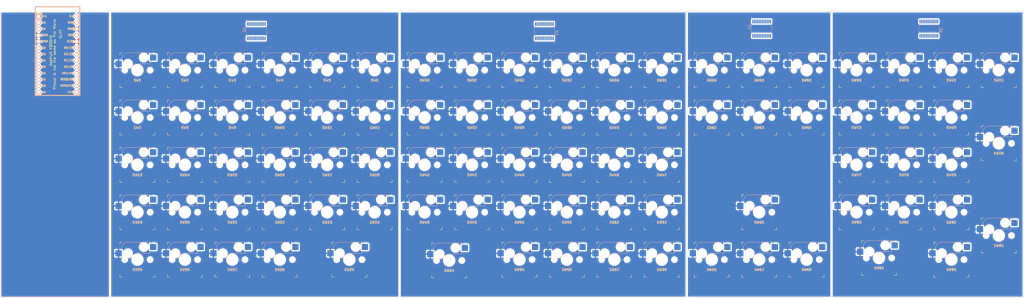
<source format=kicad_pcb>
(kicad_pcb (version 20211014) (generator pcbnew)
  (layers (0 "F.Cu" signal) (31 "B.Cu" signal) (34 "B.Paste" user) (35 "F.Paste" user) (36 "B.SilkS" user "B.Silkscreen") (37 "F.SilkS" user "F.Silkscreen") (38 "B.Mask" user) (39 "F.Mask" user) (44 "Edge.Cuts" user))
  (net 0 "")
  (net 1 "GND")
  (net 2 "SW14")
  (net 3 "SW40")
  (net 4 "SW65")
  (net 5 "SW84")
  (net 6 "SDA0")
  (net 7 "SCL0")
  (net 69 "SCL1")
  (net 70 "SDA1")
  (net 104 "SW1")
  (net 113 "SW2")
  (net 114 "SW3")
  (net 115 "SW4")
  (net 116 "SW5")
  (net 117 "SW6")
  (net 118 "SW7")
  (net 119 "SW8")
  (net 120 "SW9")
  (net 121 "SW10")
  (net 122 "SW11")
  (net 123 "SW12")
  (net 124 "SW13")
  (net 125 "SW15")
  (net 126 "SW16")
  (net 127 "SW17")
  (net 128 "SW18")
  (net 129 "SW19")
  (net 130 "SW20")
  (net 131 "SW21")
  (net 132 "SW22")
  (net 133 "SW23")
  (net 134 "SW24")
  (net 135 "SW25")
  (net 136 "SW26")
  (net 137 "SW27")
  (net 138 "SW28")
  (net 139 "SW29")
  (net 140 "SW30")
  (net 141 "SW31")
  (net 142 "SW32")
  (net 143 "SW33")
  (net 144 "SW34")
  (net 145 "SW35")
  (net 146 "SW36")
  (net 147 "SW37")
  (net 148 "SW38")
  (net 149 "SW39")
  (net 150 "SW41")
  (net 151 "SW42")
  (net 152 "SW43")
  (net 153 "SW44")
  (net 154 "SW45")
  (net 155 "SW46")
  (net 156 "SW47")
  (net 157 "SW48")
  (net 158 "SW49")
  (net 159 "SW50")
  (net 160 "SW51")
  (net 161 "SW52")
  (net 162 "SW53")
  (net 163 "SW54")
  (net 164 "SW55")
  (net 165 "SW56")
  (net 166 "SW57")
  (net 167 "SW58")
  (net 168 "SW59")
  (net 169 "SW60")
  (net 170 "SW61")
  (net 171 "SW62")
  (net 172 "SW63")
  (net 173 "SW64")
  (net 174 "SW66")
  (net 175 "SW67")
  (net 176 "SW68")
  (net 177 "SW69")
  (net 178 "SW70")
  (net 179 "SW71")
  (net 180 "SW72")
  (net 181 "SW73")
  (net 182 "SW74")
  (net 183 "SW75")
  (net 184 "SW76")
  (net 185 "SW77")
  (net 186 "SW78")
  (net 187 "SW79")
  (net 188 "SW80")
  (net 189 "SW81")
  (net 190 "SW82")
  (net 191 "SW83")
  (net 192 "SW85")
  (net 193 "+3V3")
  (footprint "Kailh:Kailh_socket_MX" (layer "F.Cu") (at 240 215.65)
    (fp_text reference "SW24" (at 0 4.064) (layer "B.SilkS") (effects (justify mirror)))
    (fp_text value "SW_SPST")
    (fp_text user "${REFERENCE}" (at 0 4.064) (layer "F.SilkS"))
    (pad "" np_thru_hole circle (at -3.81 -2.54) (size 3 3) (drill 3) (layers *.Cu *.Mask))
    (pad "" np_thru_hole circle (at 0 0) (size 3.9878 3.9878) (drill 3.9878) (layers *.Cu *.Mask))
    (pad "" np_thru_hole circle (at 5.08 0) (size 1.7018 1.7018) (drill 1.7018) (layers *.Cu *.Mask))
    (pad "" np_thru_hole circle (at -5.08 0) (size 1.7018 1.7018) (drill 1.7018) (layers *.Cu *.Mask))
    (pad "" np_thru_hole circle (at 2.54 -5.08) (size 3 3) (drill 3) (layers *.Cu *.Mask))
    (pad "1" smd rect (at 6.29 -5.08) (size 2.55 2.5) (layers "B.Cu" "B.Paste" "B.Mask") (net 134 "SW24"))
    (pad "2" smd rect (at -7.56 -2.54) (size 2.55 2.5) (layers "B.Cu" "B.Paste" "B.Mask") (net 1 "GND"))
  )
  (footprint "Kailh:Kailh_socket_MX" (layer "F.Cu") (at 375 234.65)
    (fp_text reference "SW66" (at 0 4.064) (layer "B.SilkS") (effects (justify mirror)))
    (fp_text value "SW_SPST")
    (fp_text user "${REFERENCE}" (at 0 4.064) (layer "F.SilkS"))
    (pad "" np_thru_hole circle (at 5.08 0) (size 1.7018 1.7018) (drill 1.7018) (layers *.Cu *.Mask))
    (pad "" np_thru_hole circle (at -5.08 0) (size 1.7018 1.7018) (drill 1.7018) (layers *.Cu *.Mask))
    (pad "" np_thru_hole circle (at 2.54 -5.08) (size 3 3) (drill 3) (layers *.Cu *.Mask))
    (pad "" np_thru_hole circle (at -3.81 -2.54) (size 3 3) (drill 3) (layers *.Cu *.Mask))
    (pad "" np_thru_hole circle (at 0 0) (size 3.9878 3.9878) (drill 3.9878) (layers *.Cu *.Mask))
    (pad "1" smd rect (at 6.29 -5.08) (size 2.55 2.5) (layers "B.Cu" "B.Paste" "B.Mask") (net 174 "SW66"))
    (pad "2" smd rect (at -7.56 -2.54) (size 2.55 2.5) (layers "B.Cu" "B.Paste" "B.Mask") (net 1 "GND"))
  )
  (footprint "Kailh:Kailh_socket_MX" (layer "F.Cu") (at 260 215.65)
    (fp_text reference "SW48" (at 0 4.064) (layer "B.SilkS") (effects (justify mirror)))
    (fp_text value "SW_SPST")
    (fp_text user "${REFERENCE}" (at 0 4.064) (layer "F.SilkS"))
    (pad "" np_thru_hole circle (at -5.08 0) (size 1.7018 1.7018) (drill 1.7018) (layers *.Cu *.Mask))
    (pad "" np_thru_hole circle (at 5.08 0) (size 1.7018 1.7018) (drill 1.7018) (layers *.Cu *.Mask))
    (pad "" np_thru_hole circle (at -3.81 -2.54) (size 3 3) (drill 3) (layers *.Cu *.Mask))
    (pad "" np_thru_hole circle (at 2.54 -5.08) (size 3 3) (drill 3) (layers *.Cu *.Mask))
    (pad "" np_thru_hole circle (at 0 0) (size 3.9878 3.9878) (drill 3.9878) (layers *.Cu *.Mask))
    (pad "1" smd rect (at 6.29 -5.08) (size 2.55 2.5) (layers "B.Cu" "B.Paste" "B.Mask") (net 157 "SW48"))
    (pad "2" smd rect (at -7.56 -2.54) (size 2.55 2.5) (layers "B.Cu" "B.Paste" "B.Mask") (net 1 "GND"))
  )
  (footprint "Kailh:Kailh_socket_MX" (layer "F.Cu") (at 433 158.65)
    (fp_text reference "SW69" (at 0 4.064) (layer "B.SilkS") (effects (justify mirror)))
    (fp_text value "SW_SPST")
    (fp_text user "${REFERENCE}" (at 0 4.064) (layer "F.SilkS"))
    (pad "" np_thru_hole circle (at -3.81 -2.54) (size 3 3) (drill 3) (layers *.Cu *.Mask))
    (pad "" np_thru_hole circle (at -5.08 0) (size 1.7018 1.7018) (drill 1.7018) (layers *.Cu *.Mask))
    (pad "" np_thru_hole circle (at 5.08 0) (size 1.7018 1.7018) (drill 1.7018) (layers *.Cu *.Mask))
    (pad "" np_thru_hole circle (at 2.54 -5.08) (size 3 3) (drill 3) (layers *.Cu *.Mask))
    (pad "" np_thru_hole circle (at 0 0) (size 3.9878 3.9878) (drill 3.9878) (layers *.Cu *.Mask))
    (pad "1" smd rect (at 6.29 -5.08) (size 2.55 2.5) (layers "B.Cu" "B.Paste" "B.Mask") (net 177 "SW69"))
    (pad "2" smd rect (at -7.56 -2.54) (size 2.55 2.5) (layers "B.Cu" "B.Paste" "B.Mask") (net 1 "GND"))
  )
  (footprint "Kailh:Kailh_socket_MX" (layer "F.Cu") (at 471 177.65)
    (fp_text reference "SW75" (at 0 4.064) (layer "B.SilkS") (effects (justify mirror)))
    (fp_text value "SW_SPST")
    (fp_text user "${REFERENCE}" (at 0 4.064) (layer "F.SilkS"))
    (pad "" np_thru_hole circle (at 2.54 -5.08) (size 3 3) (drill 3) (layers *.Cu *.Mask))
    (pad "" np_thru_hole circle (at -3.81 -2.54) (size 3 3) (drill 3) (layers *.Cu *.Mask))
    (pad "" np_thru_hole circle (at 5.08 0) (size 1.7018 1.7018) (drill 1.7018) (layers *.Cu *.Mask))
    (pad "" np_thru_hole circle (at 0 0) (size 3.9878 3.9878) (drill 3.9878) (layers *.Cu *.Mask))
    (pad "" np_thru_hole circle (at -5.08 0) (size 1.7018 1.7018) (drill 1.7018) (layers *.Cu *.Mask))
    (pad "1" smd rect (at 6.29 -5.08) (size 2.55 2.5) (layers "B.Cu" "B.Paste" "B.Mask") (net 183 "SW75"))
    (pad "2" smd rect (at -7.56 -2.54) (size 2.55 2.5) (layers "B.Cu" "B.Paste" "B.Mask") (net 1 "GND"))
  )
  (footprint "Kailh:Kailh_socket_MX" (layer "F.Cu") (at 433 215.65)
    (fp_text reference "SW80" (at 0 4.064) (layer "B.SilkS") (effects (justify mirror)))
    (fp_text value "SW_SPST")
    (fp_text user "${REFERENCE}" (at 0 4.064) (layer "F.SilkS"))
    (pad "" np_thru_hole circle (at 2.54 -5.08) (size 3 3) (drill 3) (layers *.Cu *.Mask))
    (pad "" np_thru_hole circle (at -5.08 0) (size 1.7018 1.7018) (drill 1.7018) (layers *.Cu *.Mask))
    (pad "" np_thru_hole circle (at -3.81 -2.54) (size 3 3) (drill 3) (layers *.Cu *.Mask))
    (pad "" np_thru_hole circle (at 5.08 0) (size 1.7018 1.7018) (drill 1.7018) (layers *.Cu *.Mask))
    (pad "" np_thru_hole circle (at 0 0) (size 3.9878 3.9878) (drill 3.9878) (layers *.Cu *.Mask))
    (pad "1" smd rect (at 6.29 -5.08) (size 2.55 2.5) (layers "B.Cu" "B.Paste" "B.Mask") (net 188 "SW80"))
    (pad "2" smd rect (at -7.56 -2.54) (size 2.55 2.5) (layers "B.Cu" "B.Paste" "B.Mask") (net 1 "GND"))
  )
  (footprint "Kailh:Kailh_socket_MX" (layer "F.Cu") (at 413 177.65)
    (fp_text reference "SW64" (at 0 4.064) (layer "B.SilkS") (effects (justify mirror)))
    (fp_text value "SW_SPST")
    (fp_text user "${REFERENCE}" (at 0 4.064) (layer "F.SilkS"))
    (pad "" np_thru_hole circle (at 5.08 0) (size 1.7018 1.7018) (drill 1.7018) (layers *.Cu *.Mask))
    (pad "" np_thru_hole circle (at 2.54 -5.08) (size 3 3) (drill 3) (layers *.Cu *.Mask))
    (pad "" np_thru_hole circle (at -3.81 -2.54) (size 3 3) (drill 3) (layers *.Cu *.Mask))
    (pad "" np_thru_hole circle (at 0 0) (size 3.9878 3.9878) (drill 3.9878) (layers *.Cu *.Mask))
    (pad "" np_thru_hole circle (at -5.08 0) (size 1.7018 1.7018) (drill 1.7018) (layers *.Cu *.Mask))
    (pad "1" smd rect (at 6.29 -5.08) (size 2.55 2.5) (layers "B.Cu" "B.Paste" "B.Mask") (net 173 "SW64"))
    (pad "2" smd rect (at -7.56 -2.54) (size 2.55 2.5) (layers "B.Cu" "B.Paste" "B.Mask") (net 1 "GND"))
  )
  (footprint "Kailh:Kailh_socket_MX" (layer "F.Cu") (at 202 158.65)
    (fp_text reference "SW4" (at 0 4.064) (layer "B.SilkS") (effects (justify mirror)))
    (fp_text value "SW_SPST")
    (fp_text user "${REFERENCE}" (at 0 4.064) (layer "F.SilkS"))
    (pad "" np_thru_hole circle (at -5.08 0) (size 1.7018 1.7018) (drill 1.7018) (layers *.Cu *.Mask))
    (pad "" np_thru_hole circle (at -3.81 -2.54) (size 3 3) (drill 3) (layers *.Cu *.Mask))
    (pad "" np_thru_hole circle (at 0 0) (size 3.9878 3.9878) (drill 3.9878) (layers *.Cu *.Mask))
    (pad "" np_thru_hole circle (at 2.54 -5.08) (size 3 3) (drill 3) (layers *.Cu *.Mask))
    (pad "" np_thru_hole circle (at 5.08 0) (size 1.7018 1.7018) (drill 1.7018) (layers *.Cu *.Mask))
    (pad "1" smd rect (at 6.29 -5.08) (size 2.55 2.5) (layers "B.Cu" "B.Paste" "B.Mask") (net 115 "SW4"))
    (pad "2" smd rect (at -7.56 -2.54) (size 2.55 2.5) (layers "B.Cu" "B.Paste" "B.Mask") (net 1 "GND"))
  )
  (footprint "Kailh:Kailh_socket_MX" (layer "F.Cu") (at 279 196.65)
    (fp_text reference "SW43" (at 0 4.064) (layer "B.SilkS") (effects (justify mirror)))
    (fp_text value "SW_SPST")
    (fp_text user "${REFERENCE}" (at 0 4.064) (layer "F.SilkS"))
    (pad "" np_thru_hole circle (at -5.08 0) (size 1.7018 1.7018) (drill 1.7018) (layers *.Cu *.Mask))
    (pad "" np_thru_hole circle (at 5.08 0) (size 1.7018 1.7018) (drill 1.7018) (layers *.Cu *.Mask))
    (pad "" np_thru_hole circle (at 0 0) (size 3.9878 3.9878) (drill 3.9878) (layers *.Cu *.Mask))
    (pad "" np_thru_hole circle (at 2.54 -5.08) (size 3 3) (drill 3) (layers *.Cu *.Mask))
    (pad "" np_thru_hole circle (at -3.81 -2.54) (size 3 3) (drill 3) (layers *.Cu *.Mask))
    (pad "1" smd rect (at 6.29 -5.08) (size 2.55 2.5) (layers "B.Cu" "B.Paste" "B.Mask") (net 152 "SW43"))
    (pad "2" smd rect (at -7.56 -2.54) (size 2.55 2.5) (layers "B.Cu" "B.Paste" "B.Mask") (net 1 "GND"))
  )
  (footprint "Kailh:Kailh_socket_MX" (layer "F.Cu") (at 336 215.65)
    (fp_text reference "SW52" (at 0 4.064) (layer "B.SilkS") (effects (justify mirror)))
    (fp_text value "SW_SPST")
    (fp_text user "${REFERENCE}" (at 0 4.064) (layer "F.SilkS"))
    (pad "" np_thru_hole circle (at 5.08 0) (size 1.7018 1.7018) (drill 1.7018) (layers *.Cu *.Mask))
    (pad "" np_thru_hole circle (at -5.08 0) (size 1.7018 1.7018) (drill 1.7018) (layers *.Cu *.Mask))
    (pad "" np_thru_hole circle (at 2.54 -5.08) (size 3 3) (drill 3) (layers *.Cu *.Mask))
    (pad "" np_thru_hole circle (at 0 0) (size 3.9878 3.9878) (drill 3.9878) (layers *.Cu *.Mask))
    (pad "" np_thru_hole circle (at -3.81 -2.54) (size 3 3) (drill 3) (layers *.Cu *.Mask))
    (pad "1" smd rect (at 6.29 -5.08) (size 2.55 2.5) (layers "B.Cu" "B.Paste" "B.Mask") (net 161 "SW52"))
    (pad "2" smd rect (at -7.56 -2.54) (size 2.55 2.5) (layers "B.Cu" "B.Paste" "B.Mask") (net 1 "GND"))
  )
  (footprint "Kailh:Kailh_socket_MX" (layer "F.Cu") (at 260 177.65)
    (fp_text reference "SW36" (at 0 4.064) (layer "B.SilkS") (effects (justify mirror)))
    (fp_text value "SW_SPST")
    (fp_text user "${REFERENCE}" (at 0 4.064) (layer "F.SilkS"))
    (pad "" np_thru_hole circle (at 2.54 -5.08) (size 3 3) (drill 3) (layers *.Cu *.Mask))
    (pad "" np_thru_hole circle (at 0 0) (size 3.9878 3.9878) (drill 3.9878) (layers *.Cu *.Mask))
    (pad "" np_thru_hole circle (at 5.08 0) (size 1.7018 1.7018) (drill 1.7018) (layers *.Cu *.Mask))
    (pad "" np_thru_hole circle (at -3.81 -2.54) (size 3 3) (drill 3) (layers *.Cu *.Mask))
    (pad "" np_thru_hole circle (at -5.08 0) (size 1.7018 1.7018) (drill 1.7018) (layers *.Cu *.Mask))
    (pad "1" smd rect (at 6.29 -5.08) (size 2.55 2.5) (layers "B.Cu" "B.Paste" "B.Mask") (net 146 "SW36"))
    (pad "2" smd rect (at -7.56 -2.54) (size 2.55 2.5) (layers "B.Cu" "B.Paste" "B.Mask") (net 1 "GND"))
  )
  (footprint "Kailh:Kailh_socket_MX" (layer "F.Cu") (at 317 215.65)
    (fp_text reference "SW51" (at 0 4.064) (layer "B.SilkS") (effects (justify mirror)))
    (fp_text value "SW_SPST")
    (fp_text user "${REFERENCE}" (at 0 4.064) (layer "F.SilkS"))
    (pad "" np_thru_hole circle (at 5.08 0) (size 1.7018 1.7018) (drill 1.7018) (layers *.Cu *.Mask))
    (pad "" np_thru_hole circle (at 2.54 -5.08) (size 3 3) (drill 3) (layers *.Cu *.Mask))
    (pad "" np_thru_hole circle (at 0 0) (size 3.9878 3.9878) (drill 3.9878) (layers *.Cu *.Mask))
    (pad "" np_thru_hole circle (at -3.81 -2.54) (size 3 3) (drill 3) (layers *.Cu *.Mask))
    (pad "" np_thru_hole circle (at -5.08 0) (size 1.7018 1.7018) (drill 1.7018) (layers *.Cu *.Mask))
    (pad "1" smd rect (at 6.29 -5.08) (size 2.55 2.5) (layers "B.Cu" "B.Paste" "B.Mask") (net 160 "SW51"))
    (pad "2" smd rect (at -7.56 -2.54) (size 2.55 2.5) (layers "B.Cu" "B.Paste" "B.Mask") (net 1 "GND"))
  )
  (footprint "Kailh:Kailh_socket_MX" (layer "F.Cu") (at 336 158.65)
    (fp_text reference "SW34" (at 0 4.064) (layer "B.SilkS") (effects (justify mirror)))
    (fp_text value "SW_SPST")
    (fp_text user "${REFERENCE}" (at 0 4.064) (layer "F.SilkS"))
    (pad "" np_thru_hole circle (at 2.54 -5.08) (size 3 3) (drill 3) (layers *.Cu *.Mask))
    (pad "" np_thru_hole circle (at -5.08 0) (size 1.7018 1.7018) (drill 1.7018) (layers *.Cu *.Mask))
    (pad "" np_thru_hole circle (at -3.81 -2.54) (size 3 3) (drill 3) (layers *.Cu *.Mask))
    (pad "" np_thru_hole circle (at 0 0) (size 3.9878 3.9878) (drill 3.9878) (layers *.Cu *.Mask))
    (pad "" np_thru_hole circle (at 5.08 0) (size 1.7018 1.7018) (drill 1.7018) (layers *.Cu *.Mask))
    (pad "1" smd rect (at 6.29 -5.08) (size 2.55 2.5) (layers "B.Cu" "B.Paste" "B.Mask") (net 144 "SW34"))
    (pad "2" smd rect (at -7.56 -2.54) (size 2.55 2.5) (layers "B.Cu" "B.Paste" "B.Mask") (net 1 "GND"))
  )
  (footprint "Kailh:Kailh_socket_MX" (layer "F.Cu") (at 221 196.65)
    (fp_text reference "SW17" (at 0 4.064) (layer "B.SilkS") (effects (justify mirror)))
    (fp_text value "SW_SPST")
    (fp_text user "${REFERENCE}" (at 0 4.064) (layer "F.SilkS"))
    (pad "" np_thru_hole circle (at -5.08 0) (size 1.7018 1.7018) (drill 1.7018) (layers *.Cu *.Mask))
    (pad "" np_thru_hole circle (at -3.81 -2.54) (size 3 3) (drill 3) (layers *.Cu *.Mask))
    (pad "" np_thru_hole circle (at 5.08 0) (size 1.7018 1.7018) (drill 1.7018) (layers *.Cu *.Mask))
    (pad "" np_thru_hole circle (at 0 0) (size 3.9878 3.9878) (drill 3.9878) (layers *.Cu *.Mask))
    (pad "" np_thru_hole circle (at 2.54 -5.08) (size 3 3) (drill 3) (layers *.Cu *.Mask))
    (pad "1" smd rect (at 6.29 -5.08) (size 2.55 2.5) (layers "B.Cu" "B.Paste" "B.Mask") (net 127 "SW17"))
    (pad "2" smd rect (at -7.56 -2.54) (size 2.55 2.5) (layers "B.Cu" "B.Paste" "B.Mask") (net 1 "GND"))
  )
  (footprint "Kailh:Kailh_socket_MX" (layer "F.Cu") (at 317 158.65)
    (fp_text reference "SW33" (at 0 4.064) (layer "B.SilkS") (effects (justify mirror)))
    (fp_text value "SW_SPST")
    (fp_text user "${REFERENCE}" (at 0 4.064) (layer "F.SilkS"))
    (pad "" np_thru_hole circle (at 2.54 -5.08) (size 3 3) (drill 3) (layers *.Cu *.Mask))
    (pad "" np_thru_hole circle (at -3.81 -2.54) (size 3 3) (drill 3) (layers *.Cu *.Mask))
    (pad "" np_thru_hole circle (at 0 0) (size 3.9878 3.9878) (drill 3.9878) (layers *.Cu *.Mask))
    (pad "" np_thru_hole circle (at 5.08 0) (size 1.7018 1.7018) (drill 1.7018) (layers *.Cu *.Mask))
    (pad "" np_thru_hole circle (at -5.08 0) (size 1.7018 1.7018) (drill 1.7018) (layers *.Cu *.Mask))
    (pad "1" smd rect (at 6.29 -5.08) (size 2.55 2.5) (layers "B.Cu" "B.Paste" "B.Mask") (net 143 "SW33"))
    (pad "2" smd rect (at -7.56 -2.54) (size 2.55 2.5) (layers "B.Cu" "B.Paste" "B.Mask") (net 1 "GND"))
  )
  (footprint "Kailh:Kailh_socket_MX" (layer "F.Cu") (at 490 158.65)
    (fp_text reference "SW72" (at 0 4.064) (layer "B.SilkS") (effects (justify mirror)))
    (fp_text value "SW_SPST")
    (fp_text user "${REFERENCE}" (at 0 4.064) (layer "F.SilkS"))
    (pad "" np_thru_hole circle (at 2.54 -5.08) (size 3 3) (drill 3) (layers *.Cu *.Mask))
    (pad "" np_thru_hole circle (at 5.08 0) (size 1.7018 1.7018) (drill 1.7018) (layers *.Cu *.Mask))
    (pad "" np_thru_hole circle (at -3.81 -2.54) (size 3 3) (drill 3) (layers *.Cu *.Mask))
    (pad "" np_thru_hole circle (at 0 0) (size 3.9878 3.9878) (drill 3.9878) (layers *.Cu *.Mask))
    (pad "" np_thru_hole circle (at -5.08 0) (size 1.7018 1.7018) (drill 1.7018) (layers *.Cu *.Mask))
    (pad "1" smd rect (at 6.29 -5.08) (size 2.55 2.5) (layers "B.Cu" "B.Paste" "B.Mask") (net 180 "SW72"))
    (pad "2" smd rect (at -7.56 -2.54) (size 2.55 2.5) (layers "B.Cu" "B.Paste" "B.Mask") (net 1 "GND"))
  )
  (footprint "Kailh:Kailh_socket_MX" (layer "F.Cu") (at 298 196.65)
    (fp_text reference "SW44" (at 0 4.064) (layer "B.SilkS") (effects (justify mirror)))
    (fp_text value "SW_SPST")
    (fp_text user "${REFERENCE}" (at 0 4.064) (layer "F.SilkS"))
    (pad "" np_thru_hole circle (at -3.81 -2.54) (size 3 3) (drill 3) (layers *.Cu *.Mask))
    (pad "" np_thru_hole circle (at 0 0) (size 3.9878 3.9878) (drill 3.9878) (layers *.Cu *.Mask))
    (pad "" np_thru_hole circle (at 2.54 -5.08) (size 3 3) (drill 3) (layers *.Cu *.Mask))
    (pad "" np_thru_hole circle (at -5.08 0) (size 1.7018 1.7018) (drill 1.7018) (layers *.Cu *.Mask))
    (pad "" np_thru_hole circle (at 5.08 0) (size 1.7018 1.7018) (drill 1.7018) (layers *.Cu *.Mask))
    (pad "1" smd rect (at 6.29 -5.08) (size 2.55 2.5) (layers "B.Cu" "B.Paste" "B.Mask") (net 153 "SW44"))
    (pad "2" smd rect (at -7.56 -2.54) (size 2.55 2.5) (layers "B.Cu" "B.Paste" "B.Mask") (net 1 "GND"))
  )
  (footprint "Kailh:Kailh_socket_MX" (layer "F.Cu") (at 336 177.65)
    (fp_text reference "SW40" (at 0 4.064) (layer "B.SilkS") (effects (justify mirror)))
    (fp_text value "SW_SPST")
    (fp_text user "${REFERENCE}" (at 0 4.064) (layer "F.SilkS"))
    (pad "" np_thru_hole circle (at 5.08 0) (size 1.7018 1.7018) (drill 1.7018) (layers *.Cu *.Mask))
    (pad "" np_thru_hole circle (at -5.08 0) (size 1.7018 1.7018) (drill 1.7018) (layers *.Cu *.Mask))
    (pad "" np_thru_hole circle (at -3.81 -2.54) (size 3 3) (drill 3) (layers *.Cu *.Mask))
    (pad "" np_thru_hole circle (at 2.54 -5.08) (size 3 3) (drill 3) (layers *.Cu *.Mask))
    (pad "" np_thru_hole circle (at 0 0) (size 3.9878 3.9878) (drill 3.9878) (layers *.Cu *.Mask))
    (pad "1" smd rect (at 6.29 -5.08) (size 2.55 2.5) (layers "B.Cu" "B.Paste" "B.Mask") (net 3 "SW40"))
    (pad "2" smd rect (at -7.56 -2.54) (size 2.55 2.5) (layers "B.Cu" "B.Paste" "B.Mask") (net 1 "GND"))
  )
  (footprint "Kailh:Kailh_socket_MX" (layer "F.Cu") (at 452 177.65)
    (fp_text reference "SW74" (at 0 4.064) (layer "B.SilkS") (effects (justify mirror)))
    (fp_text value "SW_SPST")
    (fp_text user "${REFERENCE}" (at 0 4.064) (layer "F.SilkS"))
    (pad "" np_thru_hole circle (at 0 0) (size 3.9878 3.9878) (drill 3.9878) (layers *.Cu *.Mask))
    (pad "" np_thru_hole circle (at 2.54 -5.08) (size 3 3) (drill 3) (layers *.Cu *.Mask))
    (pad "" np_thru_hole circle (at -5.08 0) (size 1.7018 1.7018) (drill 1.7018) (layers *.Cu *.Mask))
    (pad "" np_thru_hole circle (at -3.81 -2.54) (size 3 3) (drill 3) (layers *.Cu *.Mask))
    (pad "" np_thru_hole circle (at 5.08 0) (size 1.7018 1.7018) (drill 1.7018) (layers *.Cu *.Mask))
    (pad "1" smd rect (at 6.29 -5.08) (size 2.55 2.5) (layers "B.Cu" "B.Paste" "B.Mask") (net 182 "SW74"))
    (pad "2" smd rect (at -7.56 -2.54) (size 2.55 2.5) (layers "B.Cu" "B.Paste" "B.Mask") (net 1 "GND"))
  )
  (footprint "Kailh:Kailh_socket_MX" (layer "F.Cu") (at 394 158.65)
    (fp_text reference "SW60" (at 0 4.064) (layer "B.SilkS") (effects (justify mirror)))
    (fp_text value "SW_SPST")
    (fp_text user "${REFERENCE}" (at 0 4.064) (layer "F.SilkS"))
    (pad "" np_thru_hole circle (at 0 0) (size 3.9878 3.9878) (drill 3.9878) (layers *.Cu *.Mask))
    (pad "" np_thru_hole circle (at 2.54 -5.08) (size 3 3) (drill 3) (layers *.Cu *.Mask))
    (pad "" np_thru_hole circle (at -5.08 0) (size 1.7018 1.7018) (drill 1.7018) (layers *.Cu *.Mask))
    (pad "" np_thru_hole circle (at 5.08 0) (size 1.7018 1.7018) (drill 1.7018) (layers *.Cu *.Mask))
    (pad "" np_thru_hole circle (at -3.81 -2.54) (size 3 3) (drill 3) (layers *.Cu *.Mask))
    (pad "1" smd rect (at 6.29 -5.08) (size 2.55 2.5) (layers "B.Cu" "B.Paste" "B.Mask") (net 169 "SW60"))
    (pad "2" smd rect (at -7.56 -2.54) (size 2.55 2.5) (layers "B.Cu" "B.Paste" "B.Mask") (net 1 "GND"))
  )
  (footprint "Kailh:Kailh_socket_MX" (layer "F.Cu") (at 164 196.65)
    (fp_text reference "SW14" (at 0 4.064) (layer "B.SilkS") (effects (justify mirror)))
    (fp_text value "SW_SPST")
    (fp_text user "${REFERENCE}" (at 0 4.064) (layer "F.SilkS"))
    (pad "" np_thru_hole circle (at 0 0) (size 3.9878 3.9878) (drill 3.9878) (layers *.Cu *.Mask))
    (pad "" np_thru_hole circle (at -5.08 0) (size 1.7018 1.7018) (drill 1.7018) (layers *.Cu *.Mask))
    (pad "" np_thru_hole circle (at -3.81 -2.54) (size 3 3) (drill 3) (layers *.Cu *.Mask))
    (pad "" np_thru_hole circle (at 2.54 -5.08) (size 3 3) (drill 3) (layers *.Cu *.Mask))
    (pad "" np_thru_hole circle (at 5.08 0) (size 1.7018 1.7018) (drill 1.7018) (layers *.Cu *.Mask))
    (pad "1" smd rect (at 6.29 -5.08) (size 2.55 2.5) (layers "B.Cu" "B.Paste" "B.Mask") (net 2 "SW14"))
    (pad "2" smd rect (at -7.56 -2.54) (size 2.55 2.5) (layers "B.Cu" "B.Paste" "B.Mask") (net 1 "GND"))
  )
  (footprint "Kailh:Kailh_socket_MX" (layer "F.Cu") (at 452 196.65)
    (fp_text reference "SW78" (at 0 4.064) (layer "B.SilkS") (effects (justify mirror)))
    (fp_text value "SW_SPST")
    (fp_text user "${REFERENCE}" (at 0 4.064) (layer "F.SilkS"))
    (pad "" np_thru_hole circle (at 5.08 0) (size 1.7018 1.7018) (drill 1.7018) (layers *.Cu *.Mask))
    (pad "" np_thru_hole circle (at 2.54 -5.08) (size 3 3) (drill 3) (layers *.Cu *.Mask))
    (pad "" np_thru_hole circle (at 0 0) (size 3.9878 3.9878) (drill 3.9878) (layers *.Cu *.Mask))
    (pad "" np_thru_hole circle (at -5.08 0) (size 1.7018 1.7018) (drill 1.7018) (layers *.Cu *.Mask))
    (pad "" np_thru_hole circle (at -3.81 -2.54) (size 3 3) (drill 3) (layers *.Cu *.Mask))
    (pad "1" smd rect (at 6.29 -5.08) (size 2.55 2.5) (layers "B.Cu" "B.Paste" "B.Mask") (net 186 "SW78"))
    (pad "2" smd rect (at -7.56 -2.54) (size 2.55 2.5) (layers "B.Cu" "B.Paste" "B.Mask") (net 1 "GND"))
  )
  (footprint "Kailh:Kailh_socket_MX" (layer "F.Cu") (at 145 215.65)
    (fp_text reference "SW19" (at 0 4.064) (layer "B.SilkS") (effects (justify mirror)))
    (fp_text value "SW_SPST")
    (fp_text user "${REFERENCE}" (at 0 4.064) (layer "F.SilkS"))
    (pad "" np_thru_hole circle (at 2.54 -5.08) (size 3 3) (drill 3) (layers *.Cu *.Mask))
    (pad "" np_thru_hole circle (at -3.81 -2.54) (size 3 3) (drill 3) (layers *.Cu *.Mask))
    (pad "" np_thru_hole circle (at -5.08 0) (size 1.7018 1.7018) (drill 1.7018) (layers *.Cu *.Mask))
    (pad "" np_thru_hole circle (at 5.08 0) (size 1.7018 1.7018) (drill 1.7018) (layers *.Cu *.Mask))
    (pad "" np_thru_hole circle (at 0 0) (size 3.9878 3.9878) (drill 3.9878) (layers *.Cu *.Mask))
    (pad "1" smd rect (at 6.29 -5.08) (size 2.55 2.5) (layers "B.Cu" "B.Paste" "B.Mask") (net 129 "SW19"))
    (pad "2" smd rect (at -7.56 -2.54) (size 2.55 2.5) (layers "B.Cu" "B.Paste" "B.Mask") (net 1 "GND"))
  )
  (footprint "Kailh:Kailh_socket_MX" (layer "F.Cu") (at 279 215.65)
    (fp_text reference "SW49" (at 0 4.064) (layer "B.SilkS") (effects (justify mirror)))
    (fp_text value "SW_SPST")
    (fp_text user "${REFERENCE}" (at 0 4.064) (layer "F.SilkS"))
    (pad "" np_thru_hole circle (at -5.08 0) (size 1.7018 1.7018) (drill 1.7018) (layers *.Cu *.Mask))
    (pad "" np_thru_hole circle (at 0 0) (size 3.9878 3.9878) (drill 3.9878) (layers *.Cu *.Mask))
    (pad "" np_thru_hole circle (at -3.81 -2.54) (size 3 3) (drill 3) (layers *.Cu *.Mask))
    (pad "" np_thru_hole circle (at 5.08 0) (size 1.7018 1.7018) (drill 1.7018) (layers *.Cu *.Mask))
    (pad "" np_thru_hole circle (at 2.54 -5.08) (size 3 3) (drill 3) (layers *.Cu *.Mask))
    (pad "1" smd rect (at 6.29 -5.08) (size 2.55 2.5) (layers "B.Cu" "B.Paste" "B.Mask") (net 158 "SW49"))
    (pad "2" smd rect (at -7.56 -2.54) (size 2.55 2.5) (layers "B.Cu" "B.Paste" "B.Mask") (net 1 "GND"))
  )
  (footprint "Kailh:Kailh_socket_MX" (layer "F.Cu") (at 164 177.65)
    (fp_text reference "SW8" (at 0 4.064) (layer "B.SilkS") (effects (justify mirror)))
    (fp_text value "SW_SPST")
    (fp_text user "${REFERENCE}" (at 0 4.064) (layer "F.SilkS"))
    (pad "" np_thru_hole circle (at -5.08 0) (size 1.7018 1.7018) (drill 1.7018) (layers *.Cu *.Mask))
    (pad "" np_thru_hole circle (at 2.54 -5.08) (size 3 3) (drill 3) (layers *.Cu *.Mask))
    (pad "" np_thru_hole circle (at 0 0) (size 3.9878 3.9878) (drill 3.9878) (layers *.Cu *.Mask))
    (pad "" np_thru_hole circle (at 5.08 0) (size 1.7018 1.7018) (drill 1.7018) (layers *.Cu *.Mask))
    (pad "" np_thru_hole circle (at -3.81 -2.54) (size 3 3) (drill 3) (layers *.Cu *.Mask))
    (pad "1" smd rect (at 6.29 -5.08) (size 2.55 2.5) (layers "B.Cu" "B.Paste" "B.Mask") (net 119 "SW8"))
    (pad "2" smd rect (at -7.56 -2.54) (size 2.55 2.5) (layers "B.Cu" "B.Paste" "B.Mask") (net 1 "GND"))
  )
  (footprint "Kailh:Kailh_socket_MX" (layer "F.Cu") (at 452 215.65)
    (fp_text reference "SW81" (at 0 4.064) (layer "B.SilkS") (effects (justify mirror)))
    (fp_text value "SW_SPST")
    (fp_text user "${REFERENCE}" (at 0 4.064) (layer "F.SilkS"))
    (pad "" np_thru_hole circle (at 0 0) (size 3.9878 3.9878) (drill 3.9878) (layers *.Cu *.Mask))
    (pad "" np_thru_hole circle (at 5.08 0) (size 1.7018 1.7018) (drill 1.7018) (layers *.Cu *.Mask))
    (pad "" np_thru_hole circle (at -5.08 0) (size 1.7018 1.7018) (drill 1.7018) (layers *.Cu *.Mask))
    (pad "" np_thru_hole circle (at -3.81 -2.54) (size 3 3) (drill 3) (layers *.Cu *.Mask))
    (pad "" np_thru_hole circle (at 2.54 -5.08) (size 3 3) (drill 3) (layers *.Cu *.Mask))
    (pad "1" smd rect (at 6.29 -5.08) (size 2.55 2.5) (layers "B.Cu" "B.Paste" "B.Mask") (net 189 "SW81"))
    (pad "2" smd rect (at -7.56 -2.54) (size 2.55 2.5) (layers "B.Cu" "B.Paste" "B.Mask") (net 1 "GND"))
  )
  (footprint "Kailh:Kailh_socket_MX" (layer "F.Cu") (at 433 196.65)
    (fp_text reference "SW77" (at 0 4.064) (layer "B.SilkS") (effects (justify mirror)))
    (fp_text value "SW_SPST")
    (fp_text user "${REFERENCE}" (at 0 4.064) (layer "F.SilkS"))
    (pad "" np_thru_hole circle (at 2.54 -5.08) (size 3 3) (drill 3) (layers *.Cu *.Mask))
    (pad "" np_thru_hole circle (at -3.81 -2.54) (size 3 3) (drill 3) (layers *.Cu *.Mask))
    (pad "" np_thru_hole circle (at 0 0) (size 3.9878 3.9878) (drill 3.9878) (layers *.Cu *.Mask))
    (pad "" np_thru_hole circle (at 5.08 0) (size 1.7018 1.7018) (drill 1.7018) (layers *.Cu *.Mask))
    (pad "" np_thru_hole circle (at -5.08 0) (size 1.7018 1.7018) (drill 1.7018) (layers *.Cu *.Mask))
    (pad "1" smd rect (at 6.29 -5.08) (size 2.55 2.5) (layers "B.Cu" "B.Paste" "B.Mask") (net 185 "SW77"))
    (pad "2" smd rect (at -7.56 -2.54) (size 2.55 2.5) (layers "B.Cu" "B.Paste" "B.Mask") (net 1 "GND"))
  )
  (footprint "Kailh:Kailh_socket_MX" (layer "F.Cu") (at 240 196.65)
    (fp_text reference "SW18" (at 0 4.064) (layer "B.SilkS") (effects (justify mirror)))
    (fp_text value "SW_SPST")
    (fp_text user "${REFERENCE}" (at 0 4.064) (layer "F.SilkS"))
    (pad "" np_thru_hole circle (at 5.08 0) (size 1.7018 1.7018) (drill 1.7018) (layers *.Cu *.Mask))
    (pad "" np_thru_hole circle (at 0 0) (size 3.9878 3.9878) (drill 3.9878) (layers *.Cu *.Mask))
    (pad "" np_thru_hole circle (at -3.81 -2.54) (size 3 3) (drill 3) (layers *.Cu *.Mask))
    (pad "" np_thru_hole circle (at 2.54 -5.08) (size 3 3) (drill 3) (layers *.Cu *.Mask))
    (pad "" np_thru_hole circle (at -5.08 0) (size 1.7018 1.7018) (drill 1.7018) (layers *.Cu *.Mask))
    (pad "1" smd rect (at 6.29 -5.08) (size 2.55 2.5) (layers "B.Cu" "B.Paste" "B.Mask") (net 128 "SW18"))
    (pad "2" smd rect (at -7.56 -2.54) (size 2.55 2.5) (layers "B.Cu" "B.Paste" "B.Mask") (net 1 "GND"))
  )
  (footprint "Kailh:Kailh_socket_MX" (layer "F.Cu") (at 229.86 234.65)
    (fp_text reference "SW29" (at 0 4.064) (layer "B.SilkS") (effects (justify mirror)))
    (fp_text value "SW_SPST")
    (fp_text user "${REFERENCE}" (at 0 4.064) (layer "F.SilkS"))
    (pad "" np_thru_hole circle (at -5.08 0) (size 1.7018 1.7018) (drill 1.7018) (layers *.Cu *.Mask))
    (pad "" np_thru_hole circle (at 0 0) (size 3.9878 3.9878) (drill 3.9878) (layers *.Cu *.Mask))
    (pad "" np_thru_hole circle (at 5.08 0) (size 1.7018 1.7018) (drill 1.7018) (layers *.Cu *.Mask))
    (pad "" np_thru_hole circle (at 2.54 -5.08) (size 3 3) (drill 3) (layers *.Cu *.Mask))
    (pad "" np_thru_hole circle (at -3.81 -2.54) (size 3 3) (drill 3) (layers *.Cu *.Mask))
    (pad "1" smd rect (at 6.29 -5.08) (size 2.55 2.5) (layers "B.Cu" "B.Paste" "B.Mask") (net 139 "SW29"))
    (pad "2" smd rect (at -7.56 -2.54) (size 2.55 2.5) (layers "B.Cu" "B.Paste" "B.Mask") (net 1 "GND"))
  )
  (footprint "Kailh:Kailh_socket_MX" (layer "F.Cu") (at 355 196.65)
    (fp_text reference "SW47" (at 0 4.064) (layer "B.SilkS") (effects (justify mirror)))
    (fp_text value "SW_SPST")
    (fp_text user "${REFERENCE}" (at 0 4.064) (layer "F.SilkS"))
    (pad "" np_thru_hole circle (at -3.81 -2.54) (size 3 3) (drill 3) (layers *.Cu *.Mask))
    (pad "" np_thru_hole circle (at 0 0) (size 3.9878 3.9878) (drill 3.9878) (layers *.Cu *.Mask))
    (pad "" np_thru_hole circle (at 5.08 0) (size 1.7018 1.7018) (drill 1.7018) (layers *.Cu *.Mask))
    (pad "" np_thru_hole circle (at -5.08 0) (size 1.7018 1.7018) (drill 1.7018) (layers *.Cu *.Mask))
    (pad "" np_thru_hole circle (at 2.54 -5.08) (size 3 3) (drill 3) (layers *.Cu *.Mask))
    (pad "1" smd rect (at 6.29 -5.08) (size 2.55 2.5) (layers "B.Cu" "B.Paste" "B.Mask") (net 156 "SW47"))
    (pad "2" smd rect (at -7.56 -2.54) (size 2.55 2.5) (layers "B.Cu" "B.Paste" "B.Mask") (net 1 "GND"))
  )
  (footprint "Kailh:Kailh_socket_MX" (layer "F.Cu") (at 298 177.65)
    (fp_text reference "SW38" (at 0 4.064) (layer "B.SilkS") (effects (justify mirror)))
    (fp_text value "SW_SPST")
    (fp_text user "${REFERENCE}" (at 0 4.064) (layer "F.SilkS"))
    (pad "" np_thru_hole circle (at -3.81 -2.54) (size 3 3) (drill 3) (layers *.Cu *.Mask))
    (pad "" np_thru_hole circle (at 2.54 -5.08) (size 3 3) (drill 3) (layers *.Cu *.Mask))
    (pad "" np_thru_hole circle (at -5.08 0) (size 1.7018 1.7018) (drill 1.7018) (layers *.Cu *.Mask))
    (pad "" np_thru_hole circle (at 5.08 0) (size 1.7018 1.7018) (drill 1.7018) (layers *.Cu *.Mask))
    (pad "" np_thru_hole circle (at 0 0) (size 3.9878 3.9878) (drill 3.9878) (layers *.Cu *.Mask))
    (pad "1" smd rect (at 6.29 -5.08) (size 2.55 2.5) (layers "B.Cu" "B.Paste" "B.Mask") (net 148 "SW38"))
    (pad "2" smd rect (at -7.56 -2.54) (size 2.55 2.5) (layers "B.Cu" "B.Paste" "B.Mask") (net 1 "GND"))
  )
  (footprint "Kailh:Kailh_socket_MX" (layer "F.Cu") (at 164 215.65)
    (fp_text reference "SW20" (at 0 4.064) (layer "B.SilkS") (effects (justify mirror)))
    (fp_text value "SW_SPST")
    (fp_text user "${REFERENCE}" (at 0 4.064) (layer "F.SilkS"))
    (pad "" np_thru_hole circle (at 5.08 0) (size 1.7018 1.7018) (drill 1.7018) (layers *.Cu *.Mask))
    (pad "" np_thru_hole circle (at 0 0) (size 3.9878 3.9878) (drill 3.9878) (layers *.Cu *.Mask))
    (pad "" np_thru_hole circle (at -5.08 0) (size 1.7018 1.7018) (drill 1.7018) (layers *.Cu *.Mask))
    (pad "" np_thru_hole circle (at 2.54 -5.08) (size 3 3) (drill 3) (layers *.Cu *.Mask))
    (pad "" np_thru_hole circle (at -3.81 -2.54) (size 3 3) (drill 3) (layers *.Cu *.Mask))
    (pad "1" smd rect (at 6.29 -5.08) (size 2.55 2.5) (layers "B.Cu" "B.Paste" "B.Mask") (net 130 "SW20"))
    (pad "2" smd rect (at -7.56 -2.54) (size 2.55 2.5) (layers "B.Cu" "B.Paste" "B.Mask") (net 1 "GND"))
  )
  (footprint "Kailh:Kailh_socket_MX" (layer "F.Cu") (at 202 234.65)
    (fp_text reference "SW28" (at 0 4.064) (layer "B.SilkS") (effects (justify mirror)))
    (fp_text value "SW_SPST")
    (fp_text user "${REFERENCE}" (at 0 4.064) (layer "F.SilkS"))
    (pad "" np_thru_hole circle (at 5.08 0) (size 1.7018 1.7018) (drill 1.7018) (layers *.Cu *.Mask))
    (pad "" np_thru_hole circle (at -5.08 0) (size 1.7018 1.7018) (drill 1.7018) (layers *.Cu *.Mask))
    (pad "" np_thru_hole circle (at 2.54 -5.08) (size 3 3) (drill 3) (layers *.Cu *.Mask))
    (pad "" np_thru_hole circle (at -3.81 -2.54) (size 3 3) (drill 3) (layers *.Cu *.Mask))
    (pad "" np_thru_hole circle (at 0 0) (size 3.9878 3.9878) (drill 3.9878) (layers *.Cu *.Mask))
    (pad "1" smd rect (at 6.29 -5.08) (size 2.55 2.5) (layers "B.Cu" "B.Paste" "B.Mask") (net 138 "SW28"))
    (pad "2" smd rect (at -7.56 -2.54) (size 2.55 2.5) (layers "B.Cu" "B.Paste" "B.Mask") (net 1 "GND"))
  )
  (footprint "Kailh:Kailh_socket_MX" (layer "F.Cu") (at 145 234.65)
    (fp_text reference "SW25" (at 0 4.064) (layer "B.SilkS") (effects (justify mirror)))
    (fp_text value "SW_SPST")
    (fp_text user "${REFERENCE}" (at 0 4.064) (layer "F.SilkS"))
    (pad "" np_thru_hole circle (at -5.08 0) (size 1.7018 1.7018) (drill 1.7018) (layers *.Cu *.Mask))
    (pad "" np_thru_hole circle (at 0 0) (size 3.9878 3.9878) (drill 3.9878) (layers *.Cu *.Mask))
    (pad "" np_thru_hole circle (at 5.08 0) (size 1.7018 1.7018) (drill 1.7018) (layers *.Cu *.Mask))
    (pad "" np_thru_hole circle (at -3.81 -2.54) (size 3 3) (drill 3) (layers *.Cu *.Mask))
    (pad "" np_thru_hole circle (at 2.54 -5.08) (size 3 3) (drill 3) (layers *.Cu *.Mask))
    (pad "1" smd rect (at 6.29 -5.08) (size 2.55 2.5) (layers "B.Cu" "B.Paste" "B.Mask") (net 135 "SW25"))
    (pad "2" smd rect (at -7.56 -2.54) (size 2.55 2.5) (layers "B.Cu" "B.Paste" "B.Mask") (net 1 "GND"))
  )
  (footprint "Kailh:Kailh_socket_MX" (layer "F.Cu") (at 471 215.65)
    (fp_text reference "SW82" (at 0 4.064) (layer "B.SilkS") (effects (justify mirror)))
    (fp_text value "SW_SPST")
    (fp_text user "${REFERENCE}" (at 0 4.064) (layer "F.SilkS"))
    (pad "" np_thru_hole circle (at 5.08 0) (size 1.7018 1.7018) (drill 1.7018) (layers *.Cu *.Mask))
    (pad "" np_thru_hole circle (at -5.08 0) (size 1.7018 1.7018) (drill 1.7018) (layers *.Cu *.Mask))
    (pad "" np_thru_hole circle (at -3.81 -2.54) (size 3 3) (drill 3) (layers *.Cu *.Mask))
    (pad "" np_thru_hole circle (at 0 0) (size 3.9878 3.9878) (drill 3.9878) (layers *.Cu *.Mask))
    (pad "" np_thru_hole circle (at 2.54 -5.08) (size 3 3) (drill 3) (layers *.Cu *.Mask))
    (pad "1" smd rect (at 6.29 -5.08) (size 2.55 2.5) (layers "B.Cu" "B.Paste" "B.Mask") (net 190 "SW82"))
    (pad "2" smd rect (at -7.56 -2.54) (size 2.55 2.5) (layers "B.Cu" "B.Paste" "B.Mask") (net 1 "GND"))
  )
  (footprint "Kailh:Kailh_socket_MX" (layer "F.Cu") (at 452 158.65)
    (fp_text reference "SW70" (at 0 4.064) (layer "B.SilkS") (effects (justify mirror)))
    (fp_text value "SW_SPST")
    (fp_text user "${REFERENCE}" (at 0 4.064) (layer "F.SilkS"))
    (pad "" np_thru_hole circle (at 0 0) (size 3.9878 3.9878) (drill 3.9878) (layers *.Cu *.Mask))
    (pad "" np_thru_hole circle (at -3.81 -2.54) (size 3 3) (drill 3) (layers *.Cu *.Mask))
    (pad "" np_thru_hole circle (at 5.08 0) (size 1.7018 1.7018) (drill 1.7018) (layers *.Cu *.Mask))
    (pad "" np_thru_hole circle (at 2.54 -5.08) (size 3 3) (drill 3) (layers *.Cu *.Mask))
    (pad "" np_thru_hole circle (at -5.08 0) (size 1.7018 1.7018) (drill 1.7018) (layers *.Cu *.Mask))
    (pad "1" smd rect (at 6.29 -5.08) (size 2.55 2.5) (layers "B.Cu" "B.Paste" "B.Mask") (net 178 "SW70"))
    (pad "2" smd rect (at -7.56 -2.54) (size 2.55 2.5) (layers "B.Cu" "B.Paste" "B.Mask") (net 1 "GND"))
  )
  (footprint "Kailh:Kailh_socket_MX" (layer "F.Cu") (at 336 196.65)
    (fp_text reference "SW46" (at 0 4.064) (layer "B.SilkS") (effects (justify mirror)))
    (fp_text value "SW_SPST")
    (fp_text user "${REFERENCE}" (at 0 4.064) (layer "F.SilkS"))
    (pad "" np_thru_hole circle (at -3.81 -2.54) (size 3 3) (drill 3) (layers *.Cu *.Mask))
    (pad "" np_thru_hole circle (at -5.08 0) (size 1.7018 1.7018) (drill 1.7018) (layers *.Cu *.Mask))
    (pad "" np_thru_hole circle (at 5.08 0) (size 1.7018 1.7018) (drill 1.7018) (layers *.Cu *.Mask))
    (pad "" np_thru_hole circle (at 0 0) (size 3.9878 3.9878) (drill 3.9878) (layers *.Cu *.Mask))
    (pad "" np_thru_hole circle (at 2.54 -5.08) (size 3 3) (drill 3) (layers *.Cu *.Mask))
    (pad "1" smd rect (at 6.29 -5.08) (size 2.55 2.5) (layers "B.Cu" "B.Paste" "B.Mask") (net 155 "SW46"))
    (pad "2" smd rect (at -7.56 -2.54) (size 2.55 2.5) (layers "B.Cu" "B.Paste" "B.Mask") (net 1 "GND"))
  )
  (footprint "Kailh:Kailh_socket_MX" (layer "F.Cu") (at 202 215.65)
    (fp_text reference "SW22" (at 0 4.064) (layer "B.SilkS") (effects (justify mirror)))
    (fp_text value "SW_SPST")
    (fp_text user "${REFERENCE}" (at 0 4.064) (layer "F.SilkS"))
    (pad "" np_thru_hole circle (at 0 0) (size 3.9878 3.9878) (drill 3.9878) (layers *.Cu *.Mask))
    (pad "" np_thru_hole circle (at 2.54 -5.08) (size 3 3) (drill 3) (layers *.Cu *.Mask))
    (pad "" np_thru_hole circle (at -3.81 -2.54) (size 3 3) (drill 3) (layers *.Cu *.Mask))
    (pad "" np_thru_hole circle (at 5.08 0) (size 1.7018 1.7018) (drill 1.7018) (layers *.Cu *.Mask))
    (pad "" np_thru_hole circle (at -5.08 0) (size 1.7018 1.7018) (drill 1.7018) (layers *.Cu *.Mask))
    (pad "1" smd rect (at 6.29 -5.08) (size 2.55 2.5) (layers "B.Cu" "B.Paste" "B.Mask") (net 132 "SW22"))
    (pad "2" smd rect (at -7.56 -2.54) (size 2.55 2.5) (layers "B.Cu" "B.Paste" "B.Mask") (net 1 "GND"))
  )
  (footprint "Kailh:Kailh_socket_MX" (layer "F.Cu") (at 183 196.65)
    (fp_text reference "SW15" (at 0 4.064) (layer "B.SilkS") (effects (justify mirror)))
    (fp_text value "SW_SPST")
    (fp_text user "${REFERENCE}" (at 0 4.064) (layer "F.SilkS"))
    (pad "" np_thru_hole circle (at 2.54 -5.08) (size 3 3) (drill 3) (layers *.Cu *.Mask))
    (pad "" np_thru_hole circle (at 0 0) (size 3.9878 3.9878) (drill 3.9878) (layers *.Cu *.Mask))
    (pad "" np_thru_hole circle (at 5.08 0) (size 1.7018 1.7018) (drill 1.7018) (layers *.Cu *.Mask))
    (pad "" np_thru_hole circle (at -3.81 -2.54) (size 3 3) (drill 3) (layers *.Cu *.Mask))
    (pad "" np_thru_hole circle (at -5.08 0) (size 1.7018 1.7018) (drill 1.7018) (layers *.Cu *.Mask))
    (pad "1" smd rect (at 6.29 -5.08) (size 2.55 2.5) (layers "B.Cu" "B.Paste" "B.Mask") (net 125 "SW15"))
    (pad "2" smd rect (at -7.56 -2.54) (size 2.55 2.5) (layers "B.Cu" "B.Paste" "B.Mask") (net 1 "GND"))
  )
  (footprint "Kailh:Kailh_socket_MX" (layer "F.Cu") (at 260 158.65)
    (fp_text reference "SW30" (at 0 4.064) (layer "B.SilkS") (effects (justify mirror)))
    (fp_text value "SW_SPST")
    (fp_text user "${REFERENCE}" (at 0 4.064) (layer "F.SilkS"))
    (pad "" np_thru_hole circle (at 5.08 0) (size 1.7018 1.7018) (drill 1.7018) (layers *.Cu *.Mask))
    (pad "" np_thru_hole circle (at 0 0) (size 3.9878 3.9878) (drill 3.9878) (layers *.Cu *.Mask))
    (pad "" np_thru_hole circle (at -3.81 -2.54) (size 3 3) (drill 3) (layers *.Cu *.Mask))
    (pad "" np_thru_hole circle (at 2.54 -5.08) (size 3 3) (drill 3) (layers *.Cu *.Mask))
    (pad "" np_thru_hole circle (at -5.08 0) (size 1.7018 1.7018) (drill 1.7018) (layers *.Cu *.Mask))
    (pad "1" smd rect (at 6.29 -5.08) (size 2.55 2.5) (layers "B.Cu" "B.Paste" "B.Mask") (net 140 "SW30"))
    (pad "2" smd rect (at -7.56 -2.54) (size 2.55 2.5) (layers "B.Cu" "B.Paste" "B.Mask") (net 1 "GND"))
  )
  (footprint "Kailh:Kailh_socket_MX" (layer "F.Cu") (at 164 158.65)
    (fp_text reference "SW2" (at 0 4.064) (layer "B.SilkS") (effects (justify mirror)))
    (fp_text value "SW_SPST")
    (fp_text user "${REFERENCE}" (at 0 4.064) (layer "F.SilkS"))
    (pad "" np_thru_hole circle (at 0 0) (size 3.9878 3.9878) (drill 3.9878) (layers *.Cu *.Mask))
    (pad "" np_thru_hole circle (at 5.08 0) (size 1.7018 1.7018) (drill 1.7018) (layers *.Cu *.Mask))
    (pad "" np_thru_hole circle (at 2.54 -5.08) (size 3 3) (drill 3) (layers *.Cu *.Mask))
    (pad "" np_thru_hole circle (at -5.08 0) (size 1.7018 1.7018) (drill 1.7018) (layers *.Cu *.Mask))
    (pad "" np_thru_hole circle (at -3.81 -2.54) (size 3 3) (drill 3) (layers *.Cu *.Mask))
    (pad "1" smd rect (at 6.29 -5.08) (size 2.55 2.5) (layers "B.Cu" "B.Paste" "B.Mask") (net 113 "SW2"))
    (pad "2" smd rect (at -7.56 -2.54) (size 2.55 2.5) (layers "B.Cu" "B.Paste" "B.Mask") (net 1 "GND"))
  )
  (footprint "Kailh:Kailh_socket_MX" (layer "F.Cu") (at 279 177.65)
    (fp_text reference "SW37" (at 0 4.064) (layer "B.SilkS") (effects (justify mirror)))
    (fp_text value "SW_SPST")
    (fp_text user "${REFERENCE}" (at 0 4.064) (layer "F.SilkS"))
    (pad "" np_thru_hole circle (at -5.08 0) (size 1.7018 1.7018) (drill 1.7018) (layers *.Cu *.Mask))
    (pad "" np_thru_hole circle (at -3.81 -2.54) (size 3 3) (drill 3) (layers *.Cu *.Mask))
    (pad "" np_thru_hole circle (at 2.54 -5.08) (size 3 3) (drill 3) (layers *.Cu *.Mask))
    (pad "" np_thru_hole circle (at 5.08 0) (size 1.7018 1.7018) (drill 1.7018) (layers *.Cu *.Mask))
    (pad "" np_thru_hole circle (at 0 0) (size 3.9878 3.9878) (drill 3.9878) (layers *.Cu *.Mask))
    (pad "1" smd rect (at 6.29 -5.08) (size 2.55 2.5) (layers "B.Cu" "B.Paste" "B.Mask") (net 147 "SW37"))
    (pad "2" smd rect (at -7.56 -2.54) (size 2.55 2.5) (layers "B.Cu" "B.Paste" "B.Mask") (net 1 "GND"))
  )
  (footprint "Kailh:Kailh_socket_MX" (layer "F.Cu") (at 183 158.65)
    (fp_text reference "SW3" (at 0 4.064) (layer "B.SilkS") (effects (justify mirror)))
    (fp_text value "SW_SPST")
    (fp_text user "${REFERENCE}" (at 0 4.064) (layer "F.SilkS"))
    (pad "" np_thru_hole circle (at 5.08 0) (size 1.7018 1.7018) (drill 1.7018) (layers *.Cu *.Mask))
    (pad "" np_thru_hole circle (at 2.54 -5.08) (size 3 3) (drill 3) (layers *.Cu *.Mask))
    (pad "" np_thru_hole circle (at -3.81 -2.54) (size 3 3) (drill 3) (layers *.Cu *.Mask))
    (pad "" np_thru_hole circle (at 0 0) (size 3.9878 3.9878) (drill 3.9878) (layers *.Cu *.Mask))
    (pad "" np_thru_hole circle (at -5.08 0) (size 1.7018 1.7018) (drill 1.7018) (layers *.Cu *.Mask))
    (pad "1" smd rect (at 6.29 -5.08) (size 2.55 2.5) (layers "B.Cu" "B.Paste" "B.Mask") (net 114 "SW3"))
    (pad "2" smd rect (at -7.56 -2.54) (size 2.55 2.5) (layers "B.Cu" "B.Paste" "B.Mask") (net 1 "GND"))
  )
  (footprint "Kailh:Kailh_socket_MX" (layer "F.Cu") (at 183 177.65)
    (fp_text reference "SW9" (at 0 4.064) (layer "B.SilkS") (effects (justify mirror)))
    (fp_text value "SW_SPST")
    (fp_text user "${REFERENCE}" (at 0 4.064) (layer "F.SilkS"))
    (pad "" np_thru_hole circle (at 5.08 0) (size 1.7018 1.7018) (drill 1.7018) (layers *.Cu *.Mask))
    (pad "" np_thru_hole circle (at -5.08 0) (size 1.7018 1.7018) (drill 1.7018) (layers *.Cu *.Mask))
    (pad "" np_thru_hole circle (at 2.54 -5.08) (size 3 3) (drill 3) (layers *.Cu *.Mask))
    (pad "" np_thru_hole circle (at 0 0) (size 3.9878 3.9878) (drill 3.9878) (layers *.Cu *.Mask))
    (pad "" np_thru_hole circle (at -3.81 -2.54) (size 3 3) (drill 3) (layers *.Cu *.Mask))
    (pad "1" smd rect (at 6.29 -5.08) (size 2.55 2.5) (layers "B.Cu" "B.Paste" "B.Mask") (net 120 "SW9"))
    (pad "2" smd rect (at -7.56 -2.54) (size 2.55 2.5) (layers "B.Cu" "B.Paste" "B.Mask") (net 1 "GND"))
  )
  (footprint "Kailh:Kailh_socket_MX" (layer "F.Cu") (at 269.86 235)
    (fp_text reference "SW54" (at 0 4.064) (layer "B.SilkS") (effects (justify mirror)))
    (fp_text value "SW_SPST")
    (fp_text user "${REFERENCE}" (at 0 4.064) (layer "F.SilkS"))
    (pad "" np_thru_hole circle (at 2.54 -5.08) (size 3 3) (drill 3) (layers *.Cu *.Mask))
    (pad "" np_thru_hole circle (at 5.08 0) (size 1.7018 1.7018) (drill 1.7018) (layers *.Cu *.Mask))
    (pad "" np_thru_hole circle (at -3.81 -2.54) (size 3 3) (drill 3) (layers *.Cu *.Mask))
    (pad "" np_thru_hole circle (at 0 0) (size 3.9878 3.9878) (drill 3.9878) (layers *.Cu *.Mask))
    (pad "" np_thru_hole circle (at -5.08 0) (size 1.7018 1.7018) (drill 1.7018) (layers *.Cu *.Mask))
    (pad "1" smd rect (at 6.29 -5.08) (size 2.55 2.5) (layers "B.Cu" "B.Paste" "B.Mask") (net 163 "SW54"))
    (pad "2" smd rect (at -7.56 -2.54) (size 2.55 2.5) (layers "B.Cu" "B.Paste" "B.Mask") (net 1 "GND"))
  )
  (footprint "Kailh:Kailh_socket_MX" (layer "F.Cu") (at 490 188)
    (fp_text reference "SW76" (at 0 4.064) (layer "B.SilkS") (effects (justify mirror)))
    (fp_text value "SW_SPST")
    (fp_text user "${REFERENCE}" (at 0 4.064) (layer "F.SilkS"))
    (pad "" np_thru_hole circle (at 2.54 -5.08) (size 3 3) (drill 3) (layers *.Cu *.Mask))
    (pad "" np_thru_hole circle (at 5.08 0) (size 1.7018 1.7018) (drill 1.7018) (layers *.Cu *.Mask))
    (pad "" np_thru_hole circle (at 0 0) (size 3.9878 3.9878) (drill 3.9878) (layers *.Cu *.Mask))
    (pad "" np_thru_hole circle (at -5.08 0) (size 1.7018 1.7018) (drill 1.7018) (layers *.Cu *.Mask))
    (pad "" np_thru_hole circle (at -3.81 -2.54) (size 3 3) (drill 3) (layers *.Cu *.Mask))
    (pad "1" smd rect (at 6.29 -5.08) (size 2.55 2.5) (layers "B.Cu" "B.Paste" "B.Mask") (net 184 "SW76"))
    (pad "2" smd rect (at -7.56 -2.54) (size 2.55 2.5) (layers "B.Cu" "B.Paste" "B.Mask") (net 1 "GND"))
  )
  (footprint "Kailh:Kailh_socket_MX" (layer "F.Cu") (at 413 234.65)
    (fp_text reference "SW68" (at 0 4.064) (layer "B.SilkS") (effects (justify mirror)))
    (fp_text value "SW_SPST")
    (fp_text user "${REFERENCE}" (at 0 4.064) (layer "F.SilkS"))
    (pad "" np_thru_hole circle (at 2.54 -5.08) (size 3 3) (drill 3) (layers *.Cu *.Mask))
    (pad "" np_thru_hole circle (at -5.08 0) (size 1.7018 1.7018) (drill 1.7018) (layers *.Cu *.Mask))
    (pad "" np_thru_hole circle (at -3.81 -2.54) (size 3 3) (drill 3) (layers *.Cu *.Mask))
    (pad "" np_thru_hole circle (at 5.08 0) (size 1.7018 1.7018) (drill 1.7018) (layers *.Cu *.Mask))
    (pad "" np_thru_hole circle (at 0 0) (size 3.9878 3.9878) (drill 3.9878) (layers *.Cu *.Mask))
    (pad "1" smd rect (at 6.29 -5.08) (size 2.55 2.5) (layers "B.Cu" "B.Paste" "B.Mask") (net 176 "SW68"))
    (pad "2" smd rect (at -7.56 -2.54) (size 2.55 2.5) (layers "B.Cu" "B.Paste" "B.Mask") (net 1 "GND"))
  )
  (footprint "Kailh:Kailh_socket_MX" (layer "F.Cu") (at 413 158.65)
    (fp_text reference "SW61" (at 0 4.064) (layer "B.SilkS") (effects (justify mirror)))
    (fp_text value "SW_SPST")
    (fp_text user "${REFERENCE}" (at 0 4.064) (layer "F.SilkS"))
    (pad "" np_thru_hole circle (at -5.08 0) (size 1.7018 1.7018) (drill 1.7018) (layers *.Cu *.Mask))
    (pad "" np_thru_hole circle (at -3.81 -2.54) (size 3 3) (drill 3) (layers *.Cu *.Mask))
    (pad "" np_thru_hole circle (at 5.08 0) (size 1.7018 1.7018) (drill 1.7018) (layers *.Cu *.Mask))
    (pad "" np_thru_hole circle (at 2.54 -5.08) (size 3 3) (drill 3) (layers *.Cu *.Mask))
    (pad "" np_thru_hole circle (at 0 0) (size 3.9878 3.9878) (drill 3.9878) (layers *.Cu *.Mask))
    (pad "1" smd rect (at 6.29 -5.08) (size 2.55 2.5) (layers "B.Cu" "B.Paste" "B.Mask") (net 170 "SW61"))
    (pad "2" smd rect (at -7.56 -2.54) (size 2.55 2.5) (layers "B.Cu" "B.Paste" "B.Mask") (net 1 "GND"))
  )
  (footprint "Kailh:Kailh_socket_MX" (layer "F.Cu") (at 355 158.65)
    (fp_text reference "SW35" (at 0 4.064) (layer "B.SilkS") (effects (justify mirror)))
    (fp_text value "SW_SPST")
    (fp_text user "${REFERENCE}" (at 0 4.064) (layer "F.SilkS"))
    (pad "" np_thru_hole circle (at 5.08 0) (size 1.7018 1.7018) (drill 1.7018) (layers *.Cu *.Mask))
    (pad "" np_thru_hole circle (at -5.08 0) (size 1.7018 1.7018) (drill 1.7018) (layers *.Cu *.Mask))
    (pad "" np_thru_hole circle (at 0 0) (size 3.9878 3.9878) (drill 3.9878) (layers *.Cu *.Mask))
    (pad "" np_thru_hole circle (at -3.81 -2.54) (size 3 3) (drill 3) (layers *.Cu *.Mask))
    (pad "" np_thru_hole circle (at 2.54 -5.08) (size 3 3) (drill 3) (layers *.Cu *.Mask))
    (pad "1" smd rect (at 6.29 -5.08) (size 2.55 2.5) (layers "B.Cu" "B.Paste" "B.Mask") (net 145 "SW35"))
    (pad "2" smd rect (at -7.56 -2.54) (size 2.55 2.5) (layers "B.Cu" "B.Paste" "B.Mask") (net 1 "GND"))
  )
  (footprint "Kailh:Kailh_socket_MX" (layer "F.Cu") (at 375 158.65)
    (fp_text reference "SW59" (at 0 4.064) (layer "B.SilkS") (effects (justify mirror)))
    (fp_text value "SW_SPST")
    (fp_text user "${REFERENCE}" (at 0 4.064) (layer "F.SilkS"))
    (pad "" np_thru_hole circle (at 2.54 -5.08) (size 3 3) (drill 3) (layers *.Cu *.Mask))
    (pad "" np_thru_hole circle (at 5.08 0) (size 1.7018 1.7018) (drill 1.7018) (layers *.Cu *.Mask))
    (pad "" np_thru_hole circle (at 0 0) (size 3.9878 3.9878) (drill 3.9878) (layers *.Cu *.Mask))
    (pad "" np_thru_hole circle (at -3.81 -2.54) (size 3 3) (drill 3) (layers *.Cu *.Mask))
    (pad "" np_thru_hole circle (at -5.08 0) (size 1.7018 1.7018) (drill 1.7018) (layers *.Cu *.Mask))
    (pad "1" smd rect (at 6.29 -5.08) (size 2.55 2.5) (layers "B.Cu" "B.Paste" "B.Mask") (net 168 "SW59"))
    (pad "2" smd rect (at -7.56 -2.54) (size 2.55 2.5) (layers "B.Cu" "B.Paste" "B.Mask") (net 1 "GND"))
  )
  (footprint "Kailh:Kailh_socket_MX" (layer "F.Cu") (at 202 196.65)
    (fp_text reference "SW16" (at 0 4.064) (layer "B.SilkS") (effects (justify mirror)))
    (fp_text value "SW_SPST")
    (fp_text user "${REFERENCE}" (at 0 4.064) (layer "F.SilkS"))
    (pad "" np_thru_hole circle (at 2.54 -5.08) (size 3 3) (drill 3) (layers *.Cu *.Mask))
    (pad "" np_thru_hole circle (at 5.08 0) (size 1.7018 1.7018) (drill 1.7018) (layers *.Cu *.Mask))
    (pad "" np_thru_hole circle (at -3.81 -2.54) (size 3 3) (drill 3) (layers *.Cu *.Mask))
    (pad "" np_thru_hole circle (at 0 0) (size 3.9878 3.9878) (drill 3.9878) (layers *.Cu *.Mask))
    (pad "" np_thru_hole circle (at -5.08 0) (size 1.7018 1.7018) (drill 1.7018) (layers *.Cu *.Mask))
    (pad "1" smd rect (at 6.29 -5.08) (size 2.55 2.5) (layers "B.Cu" "B.Paste" "B.Mask") (net 126 "SW16"))
    (pad "2" smd rect (at -7.56 -2.54) (size 2.55 2.5) (layers "B.Cu" "B.Paste" "B.Mask") (net 1 "GND"))
  )
  (footprint "Kailh:Kailh_socket_MX" (layer "F.Cu") (at 355 177.65)
    (fp_text reference "SW41" (at 0 4.064) (layer "B.SilkS") (effects (justify mirror)))
    (fp_text value "SW_SPST")
    (fp_text user "${REFERENCE}" (at 0 4.064) (layer "F.SilkS"))
    (pad "" np_thru_hole circle (at -3.81 -2.54) (size 3 3) (drill 3) (layers *.Cu *.Mask))
    (pad "" np_thru_hole circle (at 2.54 -5.08) (size 3 3) (drill 3) (layers *.Cu *.Mask))
    (pad "" np_thru_hole circle (at 0 0) (size 3.9878 3.9878) (drill 3.9878) (layers *.Cu *.Mask))
    (pad "" np_thru_hole circle (at -5.08 0) (size 1.7018 1.7018) (drill 1.7018) (layers *.Cu *.Mask))
    (pad "" np_thru_hole circle (at 5.08 0) (size 1.7018 1.7018) (drill 1.7018) (layers *.Cu *.Mask))
    (pad "1" smd rect (at 6.29 -5.08) (size 2.55 2.5) (layers "B.Cu" "B.Paste" "B.Mask") (net 150 "SW41"))
    (pad "2" smd rect (at -7.56 -2.54) (size 2.55 2.5) (layers "B.Cu" "B.Paste" "B.Mask") (net 1 "GND"))
  )
  (footprint "Kailh:Kailh_socket_MX" (layer "F.Cu") (at 471 234.65)
    (fp_text reference "SW85" (at 0 4.064) (layer "B.SilkS") (effects (justify mirror)))
    (fp_text value "SW_SPST")
    (fp_text user "${REFERENCE}" (at 0 4.064) (layer "F.SilkS"))
    (pad "" np_thru_hole circle (at -3.81 -2.54) (size 3 3) (drill 3) (layers *.Cu *.Mask))
    (pad "" np_thru_hole circle (at -5.08 0) (size 1.7018 1.7018) (drill 1.7018) (layers *.Cu *.Mask))
    (pad "" np_thru_hole circle (at 2.54 -5.08) (size 3 3) (drill 3) (layers *.Cu *.Mask))
    (pad "" np_thru_hole circle (at 0 0) (size 3.9878 3.9878) (drill 3.9878) (layers *.Cu *.Mask))
    (pad "" np_thru_hole circle (at 5.08 0) (size 1.7018 1.7018) (drill 1.7018) (layers *.Cu *.Mask))
    (pad "1" smd rect (at 6.29 -5.08) (size 2.55 2.5) (layers "B.Cu" "B.Paste" "B.Mask") (net 192 "SW85"))
    (pad "2" smd rect (at -7.56 -2.54) (size 2.55 2.5) (layers "B.Cu" "B.Paste" "B.Mask") (net 1 "GND"))
  )
  (footprint "kb2040:kb2040" (layer "F.Cu") (at 113 151)
    (fp_text reference "U1" hide)
    (fp_text value "ProMicro" hide)
    (fp_text user "SCK/18" (at 4.0894 8.89) (layer "B.SilkS") (effects (font (size 0.8 0.8)) (justify mirror)))
    (fp_text user "D+" (at -5.08 -13.97) (layer "B.SilkS") (effects (font (size 0.8 0.8)) (justify mirror)))
    (fp_text user "D8" (at -5.461 13.97) (layer "B.SilkS") (effects (font (size 0.8 0.8)) (justify mirror)))
    (fp_text user "D1" (at -5.461 -8.89) (layer "B.SilkS") (effects (font (size 0.8 0.8)) (justify mirror)))
    (fp_text user "MOSI/19" (at 3.81 13.8938) (layer "B.SilkS") (effects (font (size 0.8 0.8)) (justify mirror)))
    (fp_text user "RST" (at 4.9784 -6.4008) (layer "B.SilkS") (effects (font (size 0.8 0.8)) (justify mirror)))
    (fp_text user "D7" (at -5.461 11.43) (layer "B.SilkS") (effects (font (size 0.8 0.8)) (justify mirror)))
    (fp_text user "D3" (at -5.461 1.27) (layer "B.SilkS") (effects (font (size 0.8 0.8)) (justify mirror)))
    (fp_text user "MISO/20" (at 3.81 11.3538) (layer "B.SilkS") (effects (font (size 0.8 0.8)) (justify mirror)))
    (fp_text user "RAW" (at 5.461 -11.43) (layer "B.SilkS") (effects (font (size 0.8 0.8)) (justify mirror)))
    (fp_text user "GND" (at -5.2578 -3.8862) (layer "B.SilkS") (effects (font (size 0.8 0.8)) (justify mirror)))
    (fp_text user "A1/27" (at 4.4704 3.7338) (layer "B.SilkS") (effects (font (size 0.8 0.8)) (justify mirror)))
    (fp_text user "A3/29" (at 4.4704 -1.3462) (layer "B.SilkS") (effects (font (size 0.8 0.8)) (justify mirror)))
    (fp_text user "D9" (at -5.5 16.5) (layer "B.SilkS") (effects (font (size 0.8 0.8)) (justify mirror)))
    (fp_text user "A0/26" (at 4.4704 6.2738) (layer "B.SilkS") (effects (font (size 0.8 0.8)) (justify mirror)))
    (fp_text user "D0" (at -5.461 -11.43) (layer "B.SilkS") (effects (font (size 0.8 0.8)) (justify mirror)))
    (fp_text user "GND" (at -5.2578 -6.4262) (layer "B.SilkS") (effects (font (size 0.8 0.8)) (justify mirror)))
    (fp_text user "D-" (at 5.461 -13.97) (layer "B.SilkS") (effects (font (size 0.8 0.8)) (justify mirror)))
    (fp_text user "D10" (at 5.2324 16.4846) (layer "B.SilkS") (effects (font (size 0.8 0.8)) (justify mirror)))
    (fp_text user "D4" (at -5.461 3.81) (layer "B.SilkS") (effects (font (size 0.8 0.8)) (justify mirror)))
    (fp_text user "D6" (at -5.461 8.89) (layer "B.SilkS") (effects (font (size 0.8 0.8)) (justify mirror)))
    (fp_text user "GND" (at 5.461 -8.89) (layer "B.SilkS") (effects (font (size 0.8 0.8)) (justify mirror)))
    (fp_text user "D5" (at -5.461 6.35) (layer "B.SilkS") (effects (font (size 0.8 0.8)) (justify mirror)))
    (fp_text user "D2" (at -5.461 -1.27) (layer "B.SilkS") (effects (font (size 0.8 0.8)) (justify mirror)))
    (fp_text user "3.3V" (at 4.9784 -3.8608) (layer "B.SilkS") (effects (font (size 0.8 0.8)) (justify mirror)))
    (fp_text user "A2/28" (at 4.4704 1.1938) (layer "B.SilkS") (effects (font (size 0.8 0.8)) (justify mirror)))
    (fp_text user "A3/29" (at 4.52381 -1.4) (layer "F.SilkS") (effects (font (size 0.8 0.8))))
    (fp_text user "D1" (at -5.5 -8.92) (layer "F.SilkS") (effects (font (size 0.8 0.8))))
    (fp_text user "Adafruit KB2040" (at -2.7 -0.2 90 unlocked) (layer "F.SilkS"))
    (fp_text user "Pinout is not the same as Pro Micro" (at -1.2 1.3 90 unlocked) (layer "F.SilkS"))
    (fp_text user "MISO/20" (at 3.8 11.3) (layer "F.SilkS") (effects (font (size 0.8 0.8))))
    (fp_text user "GND" (at -5.061905 -3.9162) (layer "F.SilkS") (effects (font (size 0.8 0.8))))
    (fp_text user "D9" (at -5.5 16.47) (layer "F.SilkS") (effects (font (size 0.8 0.8))))
    (fp_text user "D4" (at -5.5 3.78) (layer "F.SilkS") (effects (font (size 0.8 0.8))))
    (fp_text user "D-" (at 5.533334 -14.0238) (layer "F.SilkS") (effects (font (size 0.8 0.8))))
    (fp_text user "D+" (at -5.1 -14) (layer "F.SilkS") (effects (font (size 0.8 0.8))))
    (fp_text user "D7" (at -5.5 11.4) (layer "F.SilkS") (effects (font (size 0.8 0.8))))
    (fp_text user "D2" (at -5.5 -1.3) (layer "F.SilkS") (effects (font (size 0.8 0.8))))
    (fp_text user "D3" (at -5.5 1.24) (layer "F.SilkS") (effects (font (size 0.8 0.8))))
    (fp_text user "RAW" (at 5.228572 -11.4838) (layer "F.SilkS") (effects (font (size 0.8 0.8))))
    (fp_text user "MOSI/19" (at 3.8 13.84) (layer "F.SilkS") (effects (font (size 0.8 0.8))))
    (fp_text user "3.3V" (at 5.133334 -3.9146) (layer "F.SilkS") (effects (font (size 0.8 0.8))))
    (fp_text user "D5" (at -5.5 6.32) (layer "F.SilkS") (effects (font (size 0.8 0.8))))
    (fp_text user "D6" (at -5.5 8.86) (layer "F.SilkS") (effects (font (size 0.8 0.8))))
    (fp_text user "D0" (at -5.5 -11.46) (layer "F.SilkS") (effects (font (size 0.8 0.8))))
    (fp_text user "RST" (at 5.342857 -6.4546) (layer "F.SilkS") (effects (font (size 0.8 0.8))))
    (fp_text user "D10" (at 5.266667 16.4308) (layer "F.SilkS") (effects (font (size 0.8 0.8))))
    (fp_text user "D8" (at -5.5 13.94) (layer "F.SilkS") (effects (font (size 0.8 0.8))))
    (fp_text user "A1/27" (at 4.52381 3.68) (layer "F.SilkS") (effects (font (size 0.8 0.8))))
    (fp_text user "A0/26" (at 4.52381 6.22) (layer "F.SilkS") (effects (font (size 0.8 0.8))))
    (fp_text user "GLHF" (at 1.2 -6.9 90 unlocked) (layer "F.SilkS"))
    (fp_text user "SCK/18" (at 4.066667 8.8362) (layer "F.SilkS") (effects (font (size 0.8 0.8))))
    (fp_text user "GND" (at -5.061905 -6.4562) (layer "F.SilkS") (effects (font (size 0.8 0.8))))
    (fp_text user "A2/28" (at 4.52381 1.14) (layer "F.SilkS") (effects (font (size 0.8 0.8))))
    (fp_text user "GND" (at 5.209524 -8.9438) (layer "F.SilkS") (effects (font (size 0.8 0.8))))
    (pad "1" thru_hole rect (at -7.62 -13.97 270) (size 1.7526 1.7526) (drill 1.0922) (layers *.Cu *.SilkS *.Mask))
    (pad "2" thru_hole circle (at -7.62 -11.43 270) (size 1.7526 1.7526) (drill 1.0922) (layers *.Cu *.SilkS *.Mask))
    (pad "3" thru_hole circle (at -7.62 -8.89 270) (size 1.7526 1.7526) (drill 1.0922) (layers *.Cu *.SilkS *.Mask))
    (pad "4" thru_hole circle (at -7.62 -6.35 270) (size 1.7526 1.7526) (drill 1.0922) (layers *.Cu *.SilkS *.Mask) (net 1 "GND"))
    (pad "5" thru_hole circle (at -7.62 -3.81 270) (size 1.7526 1.7526) (drill 1.0922) (layers *.Cu *.SilkS *.Mask) (net 1 "GND"))
    (pad "6" thru_hole circle (at -7.62 -1.27 270) (size 1.7526 1.7526) (drill 1.0922) (layers *.Cu *.SilkS *.Mask))
    (pad "7" thru_hole circle (at -7.62 1.27 270) (size 1.7526 1.7526) (drill 1.0922) (layers *.Cu *.SilkS *.Mask))
    (pad "8" thru_hole circle (at -7.62 3.81 270) (size 1.7526 1.7526) (drill 1.0922) (layers *.Cu *.SilkS *.Mask))
    (pad "9" thru_hole circle (at -7.62 6.35 270) (size 1.7526 1.7526) (drill 1.0922) (layers *.Cu *.SilkS *.Mask))
    (pad "10" thru_hole circle (at -7.62 8.89 270) (size 1.7526 1.7526) (drill 1.0922) (layers *.Cu *.SilkS *.Mask) (net 70 "SDA1"))
    (pad "11" thru_hole circle (at -7.62 11.43 270) (size 1.7526 1.7526) (drill 1.0922) (layers *.Cu *.SilkS *.Mask) (net 69 "SCL1"))
    (pad "12" thru_hole circle (at -7.62 13.97 270) (size 1.7526 1.7526) (drill 1.0922) (layers *.Cu *.SilkS *.Mask) (net 6 "SDA0"))
    (pad "13" thru_hole circle (at -7.62 16.51 270) (size 1.7526 1.7526) (drill 1.0922) (layers *.Cu *.SilkS *.Mask) (net 7 "SCL0"))
    (pad "14" thru_hole circle (at 7.62 -13.97 270) (size 1.7526 1.7526) (drill 1.0922) (layers *.Cu *.SilkS *.Mask))
    (pad "15" thru_hole circle (at 7.62 -11.43 270) (size 1.7526 1.7526) (drill 1.0922) (layers *.Cu *.SilkS *.Mask))
    (pad "16" thru_hole circle (at 7.62 -8.89 270) (size 1.7526 1.7526) (drill 1.0922) (layers *.Cu *.SilkS *.Mask) (net 1 "GND"))
    (pad "17" thru_hole circle (at 7.62 -6.35 270) (size 1.7526 1.7526) (drill 1.0922) (layers *.Cu *.SilkS *.Mask))
    (pad "18" thru_hole circle (at 7.62 -3.81 270) (size 1.7526 1.7526) (drill 1.0922) (layers *.Cu *.SilkS *.Mask) (net 193 "+3V3"))
    (pad "19" thru_hole circle (at 7.62 -1.27 270) (size 1.7526 1.7526) (drill 1.0922) (layers *.Cu *.SilkS *.Mask))
    (pad "20" thru_hole circle (at 7.62 1.27 270) (size 1.7526 1.7526) (drill 1.0922) (layers *.Cu *.SilkS *.Mask))
    (pad "21" thru_hole circle (at 7.62 3.81 270) (size 1.7526 1.7526) (drill 1.0922) (layers *.Cu *.SilkS *.Mask))
    (pad "22" thru_hole circle (at 7.62 6.35 270) (size 1.7526 1.7526) (drill 1.0922) (layers *.Cu *.SilkS *.Mask))
    (pad "23" thru_hole circle (at 7.62 8.89 270) (size 1.7526 1.7526) (drill 1.0922) (layers *.Cu *.SilkS *.Mask))
    (pad "24" thru_hole circle (at 7.62 11.43 270) (size 1.7526 1.7526) (drill 1.0922) (layers *.Cu *.SilkS *.Mask))
    (pad "25" thru_hole circle (at 7.62 13.97 270) (size 1.7526 1.7526) (drill 1.0922) (layers *.Cu *.SilkS *.Mask))
    (pad "26" thru_hole circle (at 7.62 16.51 270) (size 1.7526 1.7526) (drill 1.0922) (layers *.Cu *.SilkS *.Mask))
  )
  (footprint "Kailh:Kailh_socket_MX" (layer "F.Cu") (at 317 196.65)
    (fp_text reference "SW45" (at 0 4.064) (layer "B.SilkS") (effects (justify mirror)))
    (fp_text value "SW_SPST")
    (fp_text user "${REFERENCE}" (at 0 4.064) (layer "F.SilkS"))
    (pad "" np_thru_hole circle (at 5.08 0) (size 1.7018 1.7018) (drill 1.7018) (layers *.Cu *.Mask))
    (pad "" np_thru_hole circle (at -5.08 0) (size 1.7018 1.7018) (drill 1.7018) (layers *.Cu *.Mask))
    (pad "" np_thru_hole circle (at 0 0) (size 3.9878 3.9878) (drill 3.9878) (layers *.Cu *.Mask))
    (pad "" np_thru_hole circle (at -3.81 -2.54) (size 3 3) (drill 3) (layers *.Cu *.Mask))
    (pad "" np_thru_hole circle (at 2.54 -5.08) (size 3 3) (drill 3) (layers *.Cu *.Mask))
    (pad "1" smd rect (at 6.29 -5.08) (size 2.55 2.5) (layers "B.Cu" "B.Paste" "B.Mask") (net 154 "SW45"))
    (pad "2" smd rect (at -7.56 -2.54) (size 2.55 2.5) (layers "B.Cu" "B.Paste" "B.Mask") (net 1 "GND"))
  )
  (footprint "Kailh:Kailh_socket_MX" (layer "F.Cu") (at 317 177.65)
    (fp_text reference "SW39" (at 0 4.064) (layer "B.SilkS") (effects (justify mirror)))
    (fp_text value "SW_SPST")
    (fp_text user "${REFERENCE}" (at 0 4.064) (layer "F.SilkS"))
    (pad "" np_thru_hole circle (at 0 0) (size 3.9878 3.9878) (drill 3.9878) (layers *.Cu *.Mask))
    (pad "" np_thru_hole circle (at 5.08 0) (size 1.7018 1.7018) (drill 1.7018) (layers *.Cu *.Mask))
    (pad "" np_thru_hole circle (at 2.54 -5.08) (size 3 3) (drill 3) (layers *.Cu *.Mask))
    (pad "" np_thru_hole circle (at -5.08 0) (size 1.7018 1.7018) (drill 1.7018) (layers *.Cu *.Mask))
    (pad "" np_thru_hole circle (at -3.81 -2.54) (size 3 3) (drill 3) (layers *.Cu *.Mask))
    (pad "1" smd rect (at 6.29 -5.08) (size 2.55 2.5) (layers "B.Cu" "B.Paste" "B.Mask") (net 149 "SW39"))
    (pad "2" smd rect (at -7.56 -2.54) (size 2.55 2.5) (layers "B.Cu" "B.Paste" "B.Mask") (net 1 "GND"))
  )
  (footprint "Kailh:Kailh_socket_MX" (layer "F.Cu") (at 394 177.65)
    (fp_text reference "SW63" (at 0 4.064) (layer "B.SilkS") (effects (justify mirror)))
    (fp_text value "SW_SPST")
    (fp_text user "${REFERENCE}" (at 0 4.064) (layer "F.SilkS"))
    (pad "" np_thru_hole circle (at -3.81 -2.54) (size 3 3) (drill 3) (layers *.Cu *.Mask))
    (pad "" np_thru_hole circle (at -5.08 0) (size 1.7018 1.7018) (drill 1.7018) (layers *.Cu *.Mask))
    (pad "" np_thru_hole circle (at 0 0) (size 3.9878 3.9878) (drill 3.9878) (layers *.Cu *.Mask))
    (pad "" np_thru_hole circle (at 2.54 -5.08) (size 3 3) (drill 3) (layers *.Cu *.Mask))
    (pad "" np_thru_hole circle (at 5.08 0) (size 1.7018 1.7018) (drill 1.7018) (layers *.Cu *.Mask))
    (pad "1" smd rect (at 6.29 -5.08) (size 2.55 2.5) (layers "B.Cu" "B.Paste" "B.Mask") (net 172 "SW63"))
    (pad "2" smd rect (at -7.56 -2.54) (size 2.55 2.5) (layers "B.Cu" "B.Paste" "B.Mask") (net 1 "GND"))
  )
  (footprint "Kailh:Kailh_socket_MX" (layer "F.Cu") (at 164 234.65)
    (fp_text reference "SW26" (at 0 4.064) (layer "B.SilkS") (effects (justify mirror)))
    (fp_text value "SW_SPST")
    (fp_text user "${REFERENCE}" (at 0 4.064) (layer "F.SilkS"))
    (pad "" np_thru_hole circle (at 5.08 0) (size 1.7018 1.7018) (drill 1.7018) (layers *.Cu *.Mask))
    (pad "" np_thru_hole circle (at 2.54 -5.08) (size 3 3) (drill 3) (layers *.Cu *.Mask))
    (pad "" np_thru_hole circle (at -5.08 0) (size 1.7018 1.7018) (drill 1.7018) (layers *.Cu *.Mask))
    (pad "" np_thru_hole circle (at -3.81 -2.54) (size 3 3) (drill 3) (layers *.Cu *.Mask))
    (pad "" np_thru_hole circle (at 0 0) (size 3.9878 3.9878) (drill 3.9878) (layers *.Cu *.Mask))
    (pad "1" smd rect (at 6.29 -5.08) (size 2.55 2.5) (layers "B.Cu" "B.Paste" "B.Mask") (net 136 "SW26"))
    (pad "2" smd rect (at -7.56 -2.54) (size 2.55 2.5) (layers "B.Cu" "B.Paste" "B.Mask") (net 1 "GND"))
  )
  (footprint "Kailh:Kailh_socket_MX" (layer "F.Cu") (at 145 196.65)
    (fp_text reference "SW13" (at 0 4.064) (layer "B.SilkS") (effects (justify mirror)))
    (fp_text value "SW_SPST")
    (fp_text user "${REFERENCE}" (at 0 4.064) (layer "F.SilkS"))
    (pad "" np_thru_hole circle (at -3.81 -2.54) (size 3 3) (drill 3) (layers *.Cu *.Mask))
    (pad "" np_thru_hole circle (at -5.08 0) (size 1.7018 1.7018) (drill 1.7018) (layers *.Cu *.Mask))
    (pad "" np_thru_hole circle (at 2.54 -5.08) (size 3 3) (drill 3) (layers *.Cu *.Mask))
    (pad "" np_thru_hole circle (at 5.08 0) (size 1.7018 1.7018) (drill 1.7018) (layers *.Cu *.Mask))
    (pad "" np_thru_hole circle (at 0 0) (size 3.9878 3.9878) (drill 3.9878) (layers *.Cu *.Mask))
    (pad "1" smd rect (at 6.29 -5.08) (size 2.55 2.5) (layers "B.Cu" "B.Paste" "B.Mask") (net 124 "SW13"))
    (pad "2" smd rect (at -7.56 -2.54) (size 2.55 2.5) (layers "B.Cu" "B.Paste" "B.Mask") (net 1 "GND"))
  )
  (footprint "Kailh:Kailh_socket_MX" (layer "F.Cu") (at 298 158.65)
    (fp_text reference "SW32" (at 0 4.064) (layer "B.SilkS") (effects (justify mirror)))
    (fp_text value "SW_SPST")
    (fp_text user "${REFERENCE}" (at 0 4.064) (layer "F.SilkS"))
    (pad "" np_thru_hole circle (at -5.08 0) (size 1.7018 1.7018) (drill 1.7018) (layers *.Cu *.Mask))
    (pad "" np_thru_hole circle (at -3.81 -2.54) (size 3 3) (drill 3) (layers *.Cu *.Mask))
    (pad "" np_thru_hole circle (at 0 0) (size 3.9878 3.9878) (drill 3.9878) (layers *.Cu *.Mask))
    (pad "" np_thru_hole circle (at 5.08 0) (size 1.7018 1.7018) (drill 1.7018) (layers *.Cu *.Mask))
    (pad "" np_thru_hole circle (at 2.54 -5.08) (size 3 3) (drill 3) (layers *.Cu *.Mask))
    (pad "1" smd rect (at 6.29 -5.08) (size 2.55 2.5) (layers "B.Cu" "B.Paste" "B.Mask") (net 142 "SW32"))
    (pad "2" smd rect (at -7.56 -2.54) (size 2.55 2.5) (layers "B.Cu" "B.Paste" "B.Mask") (net 1 "GND"))
  )
  (footprint "Kailh:Kailh_socket_MX" (layer "F.Cu") (at 336 234.65)
    (fp_text reference "SW57" (at 0 4.064) (layer "B.SilkS") (effects (justify mirror)))
    (fp_text value "SW_SPST")
    (fp_text user "${REFERENCE}" (at 0 4.064) (layer "F.SilkS"))
    (pad "" np_thru_hole circle (at 0 0) (size 3.9878 3.9878) (drill 3.9878) (layers *.Cu *.Mask))
    (pad "" np_thru_hole circle (at -3.81 -2.54) (size 3 3) (drill 3) (layers *.Cu *.Mask))
    (pad "" np_thru_hole circle (at 5.08 0) (size 1.7018 1.7018) (drill 1.7018) (layers *.Cu *.Mask))
    (pad "" np_thru_hole circle (at 2.54 -5.08) (size 3 3) (drill 3) (layers *.Cu *.Mask))
    (pad "" np_thru_hole circle (at -5.08 0) (size 1.7018 1.7018) (drill 1.7018) (layers *.Cu *.Mask))
    (pad "1" smd rect (at 6.29 -5.08) (size 2.55 2.5) (layers "B.Cu" "B.Paste" "B.Mask") (net 166 "SW57"))
    (pad "2" smd rect (at -7.56 -2.54) (size 2.55 2.5) (layers "B.Cu" "B.Paste" "B.Mask") (net 1 "GND"))
  )
  (footprint "Kailh:Kailh_socket_MX" (layer "F.Cu") (at 317 234.65)
    (fp_text reference "SW56" (at 0 4.064) (layer "B.SilkS") (effects (justify mirror)))
    (fp_text value "SW_SPST")
    (fp_text user "${REFERENCE}" (at 0 4.064) (layer "F.SilkS"))
    (pad "" np_thru_hole circle (at 5.08 0) (size 1.7018 1.7018) (drill 1.7018) (layers *.Cu *.Mask))
    (pad "" np_thru_hole circle (at -3.81 -2.54) (size 3 3) (drill 3) (layers *.Cu *.Mask))
    (pad "" np_thru_hole circle (at 0 0) (size 3.9878 3.9878) (drill 3.9878) (layers *.Cu *.Mask))
    (pad "" np_thru_hole circle (at -5.08 0) (size 1.7018 1.7018) (drill 1.7018) (layers *.Cu *.Mask))
    (pad "" np_thru_hole circle (at 2.54 -5.08) (size 3 3) (drill 3) (layers *.Cu *.Mask))
    (pad "1" smd rect (at 6.29 -5.08) (size 2.55 2.5) (layers "B.Cu" "B.Paste" "B.Mask") (net 165 "SW56"))
    (pad "2" smd rect (at -7.56 -2.54) (size 2.55 2.5) (layers "B.Cu" "B.Paste" "B.Mask") (net 1 "GND"))
  )
  (footprint "Kailh:Kailh_socket_MX" (layer "F.Cu") (at 145 177.65)
    (fp_text reference "SW7" (at 0 4.064) (layer "B.SilkS") (effects (justify mirror)))
    (fp_text value "SW_SPST")
    (fp_text user "${REFERENCE}" (at 0 4.064) (layer "F.SilkS"))
    (pad "" np_thru_hole circle (at 5.08 0) (size 1.7018 1.7018) (drill 1.7018) (layers *.Cu *.Mask))
    (pad "" np_thru_hole circle (at -3.81 -2.54) (size 3 3) (drill 3) (layers *.Cu *.Mask))
    (pad "" np_thru_hole circle (at 0 0) (size 3.9878 3.9878) (drill 3.9878) (layers *.Cu *.Mask))
    (pad "" np_thru_hole circle (at 2.54 -5.08) (size 3 3) (drill 3) (layers *.Cu *.Mask))
    (pad "" np_thru_hole circle (at -5.08 0) (size 1.7018 1.7018) (drill 1.7018) (layers *.Cu *.Mask))
    (pad "1" smd rect (at 6.29 -5.08) (size 2.55 2.5) (layers "B.Cu" "B.Paste" "B.Mask") (net 118 "SW7"))
    (pad "2" smd rect (at -7.56 -2.54) (size 2.55 2.5) (layers "B.Cu" "B.Paste" "B.Mask") (net 1 "GND"))
  )
  (footprint "Kailh:Kailh_socket_MX" (layer "F.Cu") (at 355 215.65)
    (fp_text reference "SW53" (at 0 4.064) (layer "B.SilkS") (effects (justify mirror)))
    (fp_text value "SW_SPST")
    (fp_text user "${REFERENCE}" (at 0 4.064) (layer "F.SilkS"))
    (pad "" np_thru_hole circle (at 5.08 0) (size 1.7018 1.7018) (drill 1.7018) (layers *.Cu *.Mask))
    (pad "" np_thru_hole circle (at 0 0) (size 3.9878 3.9878) (drill 3.9878) (layers *.Cu *.Mask))
    (pad "" np_thru_hole circle (at -5.08 0) (size 1.7018 1.7018) (drill 1.7018) (layers *.Cu *.Mask))
    (pad "" np_thru_hole circle (at -3.81 -2.54) (size 3 3) (drill 3) (layers *.Cu *.Mask))
    (pad "" np_thru_hole circle (at 2.54 -5.08) (size 3 3) (drill 3) (layers *.Cu *.Mask))
    (pad "1" smd rect (at 6.29 -5.08) (size 2.55 2.5) (layers "B.Cu" "B.Paste" "B.Mask") (net 162 "SW53"))
    (pad "2" smd rect (at -7.56 -2.54) (size 2.55 2.5) (layers "B.Cu" "B.Paste" "B.Mask") (net 1 "GND"))
  )
  (footprint "Kailh:Kailh_socket_MX" (layer "F.Cu") (at 298 234.65)
    (fp_text reference "SW55" (at 0 4.064) (layer "B.SilkS") (effects (justify mirror)))
    (fp_text value "SW_SPST")
    (fp_text user "${REFERENCE}" (at 0 4.064) (layer "F.SilkS"))
    (pad "" np_thru_hole circle (at 2.54 -5.08) (size 3 3) (drill 3) (layers *.Cu *.Mask))
    (pad "" np_thru_hole circle (at -5.08 0) (size 1.7018 1.7018) (drill 1.7018) (layers *.Cu *.Mask))
    (pad "" np_thru_hole circle (at 0 0) (size 3.9878 3.9878) (drill 3.9878) (layers *.Cu *.Mask))
    (pad "" np_thru_hole circle (at -3.81 -2.54) (size 3 3) (drill 3) (layers *.Cu *.Mask))
    (pad "" np_thru_hole circle (at 5.08 0) (size 1.7018 1.7018) (drill 1.7018) (layers *.Cu *.Mask))
    (pad "1" smd rect (at 6.29 -5.08) (size 2.55 2.5) (layers "B.Cu" "B.Paste" "B.Mask") (net 164 "SW55"))
    (pad "2" smd rect (at -7.56 -2.54) (size 2.55 2.5) (layers "B.Cu" "B.Paste" "B.Mask") (net 1 "GND"))
  )
  (footprint "Kailh:Kailh_socket_MX" (layer "F.Cu") (at 394 215.65)
    (fp_text reference "SW65" (at 0 4.064) (layer "B.SilkS") (effects (justify mirror)))
    (fp_text value "SW_SPST")
    (fp_text user "${REFERENCE}" (at 0 4.064) (layer "F.SilkS"))
    (pad "" np_thru_hole circle (at -3.81 -2.54) (size 3 3) (drill 3) (layers *.Cu *.Mask))
    (pad "" np_thru_hole circle (at 0 0) (size 3.9878 3.9878) (drill 3.9878) (layers *.Cu *.Mask))
    (pad "" np_thru_hole circle (at -5.08 0) (size 1.7018 1.7018) (drill 1.7018) (layers *.Cu *.Mask))
    (pad "" np_thru_hole circle (at 5.08 0) (size 1.7018 1.7018) (drill 1.7018) (layers *.Cu *.Mask))
    (pad "" np_thru_hole circle (at 2.54 -5.08) (size 3 3) (drill 3) (layers *.Cu *.Mask))
    (pad "1" smd rect (at 6.29 -5.08) (size 2.55 2.5) (layers "B.Cu" "B.Paste" "B.Mask") (net 4 "SW65"))
    (pad "2" smd rect (at -7.56 -2.54) (size 2.55 2.5) (layers "B.Cu" "B.Paste" "B.Mask") (net 1 "GND"))
  )
  (footprint "Kailh:Kailh_socket_MX" (layer "F.Cu") (at 279 158.65)
    (fp_text reference "SW31" (at 0 4.064) (layer "B.SilkS") (effects (justify mirror)))
    (fp_text value "SW_SPST")
    (fp_text user "${REFERENCE}" (at 0 4.064) (layer "F.SilkS"))
    (pad "" np_thru_hole circle (at 5.08 0) (size 1.7018 1.7018) (drill 1.7018) (layers *.Cu *.Mask))
    (pad "" np_thru_hole circle (at 2.54 -5.08) (size 3 3) (drill 3) (layers *.Cu *.Mask))
    (pad "" np_thru_hole circle (at -5.08 0) (size 1.7018 1.7018) (drill 1.7018) (layers *.Cu *.Mask))
    (pad "" np_thru_hole circle (at 0 0) (size 3.9878 3.9878) (drill 3.9878) (layers *.Cu *.Mask))
    (pad "" np_thru_hole circle (at -3.81 -2.54) (size 3 3) (drill 3) (layers *.Cu *.Mask))
    (pad "1" smd rect (at 6.29 -5.08) (size 2.55 2.5) (layers "B.Cu" "B.Paste" "B.Mask") (net 141 "SW31"))
    (pad "2" smd rect (at -7.56 -2.54) (size 2.55 2.5) (layers "B.Cu" "B.Paste" "B.Mask") (net 1 "GND"))
  )
  (footprint "Kailh:Kailh_socket_MX" (layer "F.Cu") (at 240 158.65)
    (fp_text reference "SW6" (at 0 4.064) (layer "B.SilkS") (effects (justify mirror)))
    (fp_text value "SW_SPST")
    (fp_text user "${REFERENCE}" (at 0 4.064) (layer "F.SilkS"))
    (pad "" np_thru_hole circle (at -5.08 0) (size 1.7018 1.7018) (drill 1.7018) (layers *.Cu *.Mask))
    (pad "" np_thru_hole circle (at -3.81 -2.54) (size 3 3) (drill 3) (layers *.Cu *.Mask))
    (pad "" np_thru_hole circle (at 0 0) (size 3.9878 3.9878) (drill 3.9878) (layers *.Cu *.Mask))
    (pad "" np_thru_hole circle (at 2.54 -5.08) (size 3 3) (drill 3) (layers *.Cu *.Mask))
    (pad "" np_thru_hole circle (at 5.08 0) (size 1.7018 1.7018) (drill 1.7018) (layers *.Cu *.Mask))
    (pad "1" smd rect (at 6.29 -5.08) (size 2.55 2.5) (layers "B.Cu" "B.Paste" "B.Mask") (net 117 "SW6"))
    (pad "2" smd rect (at -7.56 -2.54) (size 2.55 2.5) (layers "B.Cu" "B.Paste" "B.Mask") (net 1 "GND"))
  )
  (footprint "Kailh:Kailh_socket_MX" (layer "F.Cu") (at 221 158.65)
    (fp_text reference "SW5" (at 0 4.064) (layer "B.SilkS") (effects (justify mirror)))
    (fp_text value "SW_SPST")
    (fp_text user "${REFERENCE}" (at 0 4.064) (layer "F.SilkS"))
    (pad "" np_thru_hole circle (at -5.08 0) (size 1.7018 1.7018) (drill 1.7018) (layers *.Cu *.Mask))
    (pad "" np_thru_hole circle (at -3.81 -2.54) (size 3 3) (drill 3) (layers *.Cu *.Mask))
    (pad "" np_thru_hole circle (at 2.54 -5.08) (size 3 3) (drill 3) (layers *.Cu *.Mask))
    (pad "" np_thru_hole circle (at 5.08 0) (size 1.7018 1.7018) (drill 1.7018) (layers *.Cu *.Mask))
    (pad "" np_thru_hole circle (at 0 0) (size 3.9878 3.9878) (drill 3.9878) (layers *.Cu *.Mask))
    (pad "1" smd rect (at 6.29 -5.08) (size 2.55 2.5) (layers "B.Cu" "B.Paste" "B.Mask") (net 116 "SW5"))
    (pad "2" smd rect (at -7.56 -2.54) (size 2.55 2.5) (layers "B.Cu" "B.Paste" "B.Mask") (net 1 "GND"))
  )
  (footprint "Kailh:Kailh_socket_MX" (layer "F.Cu") (at 221 177.65)
    (fp_text reference "SW11" (at 0 4.064) (layer "B.SilkS") (effects (justify mirror)))
    (fp_text value "SW_SPST")
    (fp_text user "${REFERENCE}" (at 0 4.064) (layer "F.SilkS"))
    (pad "" np_thru_hole circle (at -3.81 -2.54) (size 3 3) (drill 3) (layers *.Cu *.Mask))
    (pad "" np_thru_hole circle (at 2.54 -5.08) (size 3 3) (drill 3) (layers *.Cu *.Mask))
    (pad "" np_thru_hole circle (at -5.08 0) (size 1.7018 1.7018) (drill 1.7018) (layers *.Cu *.Mask))
    (pad "" np_thru_hole circle (at 5.08 0) (size 1.7018 1.7018) (drill 1.7018) (layers *.Cu *.Mask))
    (pad "" np_thru_hole circle (at 0 0) (size 3.9878 3.9878) (drill 3.9878) (layers *.Cu *.Mask))
    (pad "1" smd rect (at 6.29 -5.08) (size 2.55 2.5) (layers "B.Cu" "B.Paste" "B.Mask") (net 122 "SW11"))
    (pad "2" smd rect (at -7.56 -2.54) (size 2.55 2.5) (layers "B.Cu" "B.Paste" "B.Mask") (net 1 "GND"))
  )
  (footprint "Kailh:Kailh_socket_MX" (layer "F.Cu") (at 433 177.65)
    (fp_text reference "SW73" (at 0 4.064) (layer "B.SilkS") (effects (justify mirror)))
    (fp_text value "SW_SPST")
    (fp_text user "${REFERENCE}" (at 0 4.064) (layer "F.SilkS"))
    (pad "" np_thru_hole circle (at 5.08 0) (size 1.7018 1.7018) (drill 1.7018) (layers *.Cu *.Mask))
    (pad "" np_thru_hole circle (at 0 0) (size 3.9878 3.9878) (drill 3.9878) (layers *.Cu *.Mask))
    (pad "" np_thru_hole circle (at -3.81 -2.54) (size 3 3) (drill 3) (layers *.Cu *.Mask))
    (pad "" np_thru_hole circle (at 2.54 -5.08) (size 3 3) (drill 3) (layers *.Cu *.Mask))
    (pad "" np_thru_hole circle (at -5.08 0) (size 1.7018 1.7018) (drill 1.7018) (layers *.Cu *.Mask))
    (pad "1" smd rect (at 6.29 -5.08) (size 2.55 2.5) (layers "B.Cu" "B.Paste" "B.Mask") (net 181 "SW73"))
    (pad "2" smd rect (at -7.56 -2.54) (size 2.55 2.5) (layers "B.Cu" "B.Paste" "B.Mask") (net 1 "GND"))
  )
  (footprint "Kailh:Kailh_socket_MX" (layer "F.Cu") (at 394 234.65)
    (fp_text reference "SW67" (at 0 4.064) (layer "B.SilkS") (effects (justify mirror)))
    (fp_text value "SW_SPST")
    (fp_text user "${REFERENCE}" (at 0 4.064) (layer "F.SilkS"))
    (pad "" np_thru_hole circle (at 0 0) (size 3.9878 3.9878) (drill 3.9878) (layers *.Cu *.Mask))
    (pad "" np_thru_hole circle (at -3.81 -2.54) (size 3 3) (drill 3) (layers *.Cu *.Mask))
    (pad "" np_thru_hole circle (at 2.54 -5.08) (size 3 3) (drill 3) (layers *.Cu *.Mask))
    (pad "" np_thru_hole circle (at 5.08 0) (size 1.7018 1.7018) (drill 1.7018) (layers *.Cu *.Mask))
    (pad "" np_thru_hole circle (at -5.08 0) (size 1.7018 1.7018) (drill 1.7018) (layers *.Cu *.Mask))
    (pad "1" smd rect (at 6.29 -5.08) (size 2.55 2.5) (layers "B.Cu" "B.Paste" "B.Mask") (net 175 "SW67"))
    (pad "2" smd rect (at -7.56 -2.54) (size 2.55 2.5) (layers "B.Cu" "B.Paste" "B.Mask") (net 1 "GND"))
  )
  (footprint "Kailh:Kailh_socket_MX" (layer "F.Cu") (at 490 225)
    (fp_text reference "SW83" (at 0 4.064) (layer "B.SilkS") (effects (justify mirror)))
    (fp_text value "SW_SPST")
    (fp_text user "${REFERENCE}" (at 0 4.064) (layer "F.SilkS"))
    (pad "" np_thru_hole circle (at 0 0) (size 3.9878 3.9878) (drill 3.9878) (layers *.Cu *.Mask))
    (pad "" np_thru_hole circle (at -3.81 -2.54) (size 3 3) (drill 3) (layers *.Cu *.Mask))
    (pad "" np_thru_hole circle (at -5.08 0) (size 1.7018 1.7018) (drill 1.7018) (layers *.Cu *.Mask))
    (pad "" np_thru_hole circle (at 2.54 -5.08) (size 3 3) (drill 3) (layers *.Cu *.Mask))
    (pad "" np_thru_hole circle (at 5.08 0) (size 1.7018 1.7018) (drill 1.7018) (layers *.Cu *.Mask))
    (pad "1" smd rect (at 6.29 -5.08) (size 2.55 2.5) (layers "B.Cu" "B.Paste" "B.Mask") (net 191 "SW83"))
    (pad "2" smd rect (at -7.56 -2.54) (size 2.55 2.5) (layers "B.Cu" "B.Paste" "B.Mask") (net 1 "GND"))
  )
  (footprint "Kailh:Kailh_socket_MX" (layer "F.Cu") (at 355 234.65)
    (fp_text reference "SW58" (at 0 4.064) (layer "B.SilkS") (effects (justify mirror)))
    (fp_text value "SW_SPST")
    (fp_text user "${REFERENCE}" (at 0 4.064) (layer "F.SilkS"))
    (pad "" np_thru_hole circle (at -5.08 0) (size 1.7018 1.7018) (drill 1.7018) (layers *.Cu *.Mask))
    (pad "" np_thru_hole circle (at 0 0) (size 3.9878 3.9878) (drill 3.9878) (layers *.Cu *.Mask))
    (pad "" np_thru_hole circle (at 5.08 0) (size 1.7018 1.7018) (drill 1.7018) (layers *.Cu *.Mask))
    (pad "" np_thru_hole circle (at 2.54 -5.08) (size 3 3) (drill 3) (layers *.Cu *.Mask))
    (pad "" np_thru_hole circle (at -3.81 -2.54) (size 3 3) (drill 3) (layers *.Cu *.Mask))
    (pad "1" smd rect (at 6.29 -5.08) (size 2.55 2.5) (layers "B.Cu" "B.Paste" "B.Mask") (net 167 "SW58"))
    (pad "2" smd rect (at -7.56 -2.54) (size 2.55 2.5) (layers "B.Cu" "B.Paste" "B.Mask") (net 1 "GND"))
  )
  (footprint "Kailh:Kailh_socket_MX" (layer "F.Cu") (at 442 234)
    (fp_text reference "SW84" (at 0 4.064) (layer "B.SilkS") (effects (justify mirror)))
    (fp_text value "SW_SPST")
    (fp_text user "${REFERENCE}" (at 0 4.064) (layer "F.SilkS"))
    (pad "" np_thru_hole circle (at 2.54 -5.08) (size 3 3) (drill 3) (layers *.Cu *.Mask))
    (pad "" np_thru_hole circle (at -5.08 0) (size 1.7018 1.7018) (drill 1.7018) (layers *.Cu *.Mask))
    (pad "" np_thru_hole circle (at -3.81 -2.54) (size 3 3) (drill 3) (layers *.Cu *.Mask))
    (pad "" np_thru_hole circle (at 5.08 0) (size 1.7018 1.7018) (drill 1.7018) (layers *.Cu *.Mask))
    (pad "" np_thru_hole circle (at 0 0) (size 3.9878 3.9878) (drill 3.9878) (layers *.Cu *.Mask))
    (pad "1" smd rect (at 6.29 -5.08) (size 2.55 2.5) (layers "B.Cu" "B.Paste" "B.Mask") (net 5 "SW84"))
    (pad "2" smd rect (at -7.56 -2.54) (size 2.55 2.5) (layers "B.Cu" "B.Paste" "B.Mask") (net 1 "GND"))
  )
  (footprint "Kailh:Kailh_socket_MX" (layer "F.Cu") (at 183 234.65)
    (fp_text reference "SW27" (at 0 4.064) (layer "B.SilkS") (effects (justify mirror)))
    (fp_text value "SW_SPST")
    (fp_text user "${REFERENCE}" (at 0 4.064) (layer "F.SilkS"))
    (pad "" np_thru_hole circle (at 2.54 -5.08) (size 3 3) (drill 3) (layers *.Cu *.Mask))
    (pad "" np_thru_hole circle (at 5.08 0) (size 1.7018 1.7018) (drill 1.7018) (layers *.Cu *.Mask))
    (pad "" np_thru_hole circle (at -3.81 -2.54) (size 3 3) (drill 3) (layers *.Cu *.Mask))
    (pad "" np_thru_hole circle (at 0 0) (size 3.9878 3.9878) (drill 3.9878) (layers *.Cu *.Mask))
    (pad "" np_thru_hole circle (at -5.08 0) (size 1.7018 1.7018) (drill 1.7018) (layers *.Cu *.Mask))
    (pad "1" smd rect (at 6.29 -5.08) (size 2.55 2.5) (layers "B.Cu" "B.Paste" "B.Mask") (net 137 "SW27"))
    (pad "2" smd rect (at -7.56 -2.54) (size 2.55 2.5) (layers "B.Cu" "B.Paste" "B.Mask") (net 1 "GND"))
  )
  (footprint "Kailh:Kailh_socket_MX" (layer "F.Cu") (at 240 177.65)
    (fp_text reference "SW12" (at 0 4.064) (layer "B.SilkS") (effects (justify mirror)))
    (fp_text value "SW_SPST")
    (fp_text user "${REFERENCE}" (at 0 4.064) (layer "F.SilkS"))
    (pad "" np_thru_hole circle (at 5.08 0) (size 1.7018 1.7018) (drill 1.7018) (layers *.Cu *.Mask))
    (pad "" np_thru_hole circle (at 0 0) (size 3.9878 3.9878) (drill 3.9878) (layers *.Cu *.Mask))
    (pad "" np_thru_hole circle (at -5.08 0) (size 1.7018 1.7018) (drill 1.7018) (layers *.Cu *.Mask))
    (pad "" np_thru_hole circle (at -3.81 -2.54) (size 3 3) (drill 3) (layers *.Cu *.Mask))
    (pad "" np_thru_hole circle (at 2.54 -5.08) (size 3 3) (drill 3) (layers *.Cu *.Mask))
    (pad "1" smd rect (at 6.29 -5.08) (size 2.55 2.5) (layers "B.Cu" "B.Paste" "B.Mask") (net 123 "SW12"))
    (pad "2" smd rect (at -7.56 -2.54) (size 2.55 2.5) (layers "B.Cu" "B.Paste" "B.Mask") (net 1 "GND"))
  )
  (footprint "Kailh:Kailh_socket_MX" (layer "F.Cu") (at 298 215.65)
    (fp_text reference "SW50" (at 0 4.064) (layer "B.SilkS") (effects (justify mirror)))
    (fp_text value "SW_SPST")
    (fp_text user "${REFERENCE}" (at 0 4.064) (layer "F.SilkS"))
    (pad "" np_thru_hole circle (at 5.08 0) (size 1.7018 1.7018) (drill 1.7018) (layers *.Cu *.Mask))
    (pad "" np_thru_hole circle (at 0 0) (size 3.9878 3.9878) (drill 3.9878) (layers *.Cu *.Mask))
    (pad "" np_thru_hole circle (at -3.81 -2.54) (size 3 3) (drill 3) (layers *.Cu *.Mask))
    (pad "" np_thru_hole circle (at 2.54 -5.08) (size 3 3) (drill 3) (layers *.Cu *.Mask))
    (pad "" np_thru_hole circle (at -5.08 0) (size 1.7018 1.7018) (drill 1.7018) (layers *.Cu *.Mask))
    (pad "1" smd rect (at 6.29 -5.08) (size 2.55 2.5) (layers "B.Cu" "B.Paste" "B.Mask") (net 159 "SW50"))
    (pad "2" smd rect (at -7.56 -2.54) (size 2.55 2.5) (layers "B.Cu" "B.Paste" "B.Mask") (net 1 "GND"))
  )
  (footprint "Kailh:Kailh_socket_MX" (layer "F.Cu") (at 375 177.65)
    (fp_text reference "SW62" (at 0 4.064) (layer "B.SilkS") (effects (justify mirror)))
    (fp_text value "SW_SPST")
    (fp_text user "${REFERENCE}" (at 0 4.064) (layer "F.SilkS"))
    (pad "" np_thru_hole circle (at 2.54 -5.08) (size 3 3) (drill 3) (layers *.Cu *.Mask))
    (pad "" np_thru_hole circle (at -5.08 0) (size 1.7018 1.7018) (drill 1.7018) (layers *.Cu *.Mask))
    (pad "" np_thru_hole circle (at 0 0) (size 3.9878 3.9878) (drill 3.9878) (layers *.Cu *.Mask))
    (pad "" np_thru_hole circle (at 5.08 0) (size 1.7018 1.7018) (drill 1.7018) (layers *.Cu *.Mask))
    (pad "" np_thru_hole circle (at -3.81 -2.54) (size 3 3) (drill 3) (layers *.Cu *.Mask))
    (pad "1" smd rect (at 6.29 -5.08) (size 2.55 2.5) (layers "B.Cu" "B.Paste" "B.Mask") (net 171 "SW62"))
    (pad "2" smd rect (at -7.56 -2.54) (size 2.55 2.5) (layers "B.Cu" "B.Paste" "B.Mask") (net 1 "GND"))
  )
  (footprint "Kailh:Kailh_socket_MX" (layer "F.Cu") (at 260 196.65)
    (fp_text reference "SW42" (at 0 4.064) (layer "B.SilkS") (effects (justify mirror)))
    (fp_text value "SW_SPST")
    (fp_text user "${REFERENCE}" (at 0 4.064) (layer "F.SilkS"))
    (pad "" np_thru_hole circle (at -5.08 0) (size 1.7018 1.7018) (drill 1.7018) (layers *.Cu *.Mask))
    (pad "" np_thru_hole circle (at 2.54 -5.08) (size 3 3) (drill 3) (layers *.Cu *.Mask))
    (pad "" np_thru_hole circle (at 0 0) (size 3.9878 3.9878) (drill 3.9878) (layers *.Cu *.Mask))
    (pad "" np_thru_hole circle (at 5.08 0) (size 1.7018 1.7018) (drill 1.7018) (layers *.Cu *.Mask))
    (pad "" np_thru_hole circle (at -3.81 -2.54) (size 3 3) (drill 3) (layers *.Cu *.Mask))
    (pad "1" smd rect (at 6.29 -5.08) (size 2.55 2.5) (layers "B.Cu" "B.Paste" "B.Mask") (net 151 "SW42"))
    (pad "2" smd rect (at -7.56 -2.54) (size 2.55 2.5) (layers "B.Cu" "B.Paste" "B.Mask") (net 1 "GND"))
  )
  (footprint "Kailh:Kailh_socket_MX" (layer "F.Cu") (at 471 196.65)
    (fp_text reference "SW79" (at 0 4.064) (layer "B.SilkS") (effects (justify mirror)))
    (fp_text value "SW_SPST")
    (fp_text user "${REFERENCE}" (at 0 4.064) (layer "F.SilkS"))
    (pad "" np_thru_hole circle (at -3.81 -2.54) (size 3 3) (drill 3) (layers *.Cu *.Mask))
    (pad "" np_thru_hole circle (at 0 0) (size 3.9878 3.9878) (drill 3.9878) (layers *.Cu *.Mask))
    (pad "" np_thru_hole circle (at 5.08 0) (size 1.7018 1.7018) (drill 1.7018) (layers *.Cu *.Mask))
    (pad "" np_thru_hole circle (at -5.08 0) (size 1.7018 1.7018) (drill 1.7018) (layers *.Cu *.Mask))
    (pad "" np_thru_hole circle (at 2.54 -5.08) (size 3 3) (drill 3) (layers *.Cu *.Mask))
    (pad "1" smd rect (at 6.29 -5.08) (size 2.55 2.5) (layers "B.Cu" "B.Paste" "B.Mask") (net 187 "SW79"))
    (pad "2" smd rect (at -7.56 -2.54) (size 2.55 2.5) (layers "B.Cu" "B.Paste" "B.Mask") (net 1 "GND"))
  )
  (footprint "Kailh:Kailh_socket_MX" (layer "F.Cu") (at 471 158.65)
    (fp_text reference "SW71" (at 0 4.064) (layer "B.SilkS") (effects (justify mirror)))
    (fp_text value "SW_SPST")
    (fp_text user "${REFERENCE}" (at 0 4.064) (layer "F.SilkS"))
    (pad "" np_thru_hole circle (at 2.54 -5.08) (size 3 3) (drill 3) (layers *.Cu *.Mask))
    (pad "" np_thru_hole circle (at -5.08 0) (size 1.7018 1.7018) (drill 1.7018) (layers *.Cu *.Mask))
    (pad "" np_thru_hole circle (at 0 0) (size 3.9878 3.9878) (drill 3.9878) (layers *.Cu *.Mask))
    (pad "" np_thru_hole circle (at 5.08 0) (size 1.7018 1.7018) (drill 1.7018) (layers *.Cu *.Mask))
    (pad "" np_thru_hole circle (at -3.81 -2.54) (size 3 3) (drill 3) (layers *.Cu *.Mask))
    (pad "1" smd rect (at 6.29 -5.08) (size 2.55 2.5) (layers "B.Cu" "B.Paste" "B.Mask") (net 179 "SW71"))
    (pad "2" smd rect (at -7.56 -2.54) (size 2.55 2.5) (layers "B.Cu" "B.Paste" "B.Mask") (net 1 "GND"))
  )
  (footprint "Kailh:Kailh_socket_MX" (layer "F.Cu") (at 145 158.65)
    (fp_text reference "SW1" (at 0 4.064) (layer "B.SilkS") (effects (justify mirror)))
    (fp_text value "SW_SPST")
    (fp_text user "${REFERENCE}" (at 0 4.064) (layer "F.SilkS"))
    (pad "" np_thru_hole circle (at -5.08 0) (size 1.7018 1.7018) (drill 1.7018) (layers *.Cu *.Mask))
    (pad "" np_thru_hole circle (at 2.54 -5.08) (size 3 3) (drill 3) (layers *.Cu *.Mask))
    (pad "" np_thru_hole circle (at 5.08 0) (size 1.7018 1.7018) (drill 1.7018) (layers *.Cu *.Mask))
    (pad "" np_thru_hole circle (at -3.81 -2.54) (size 3 3) (drill 3) (layers *.Cu *.Mask))
    (pad "" np_thru_hole circle (at 0 0) (size 3.9878 3.9878) (drill 3.9878) (layers *.Cu *.Mask))
    (pad "1" smd rect (at 6.29 -5.08) (size 2.55 2.5) (layers "B.Cu" "B.Paste" "B.Mask") (net 104 "SW1"))
    (pad "2" smd rect (at -7.56 -2.54) (size 2.55 2.5) (layers "B.Cu" "B.Paste" "B.Mask") (net 1 "GND"))
  )
  (footprint "Kailh:Kailh_socket_MX" (layer "F.Cu") (at 202 177.65)
    (fp_text reference "SW10" (at 0 4.064) (layer "B.SilkS") (effects (justify mirror)))
    (fp_text value "SW_SPST")
    (fp_text user "${REFERENCE}" (at 0 4.064) (layer "F.SilkS"))
    (pad "" np_thru_hole circle (at 5.08 0) (size 1.7018 1.7018) (drill 1.7018) (layers *.Cu *.Mask))
    (pad "" np_thru_hole circle (at 0 0) (size 3.9878 3.9878) (drill 3.9878) (layers *.Cu *.Mask))
    (pad "" np_thru_hole circle (at -3.81 -2.54) (size 3 3) (drill 3) (layers *.Cu *.Mask))
    (pad "" np_thru_hole circle (at -5.08 0) (size 1.7018 1.7018) (drill 1.7018) (layers *.Cu *.Mask))
    (pad "" np_thru_hole circle (at 2.54 -5.08) (size 3 3) (drill 3) (layers *.Cu *.Mask))
    (pad "1" smd rect (at 6.29 -5.08) (size 2.55 2.5) (layers "B.Cu" "B.Paste" "B.Mask") (net 121 "SW10"))
    (pad "2" smd rect (at -7.56 -2.54) (size 2.55 2.5) (layers "B.Cu" "B.Paste" "B.Mask") (net 1 "GND"))
  )
  (footprint "Kailh:Kailh_socket_MX" (layer "F.Cu") (at 183 215.65)
    (fp_text reference "SW21" (at 0 4.064) (layer "B.SilkS") (effects (justify mirror)))
    (fp_text value "SW_SPST")
    (fp_text user "${REFERENCE}" (at 0 4.064) (layer "F.SilkS"))
    (pad "" np_thru_hole circle (at 5.08 0) (size 1.7018 1.7018) (drill 1.7018) (layers *.Cu *.Mask))
    (pad "" np_thru_hole circle (at 2.54 -5.08) (size 3 3) (drill 3) (layers *.Cu *.Mask))
    (pad "" np_thru_hole circle (at -5.08 0) (size 1.7018 1.7018) (drill 1.7018) (layers *.Cu *.Mask))
    (pad "" np_thru_hole circle (at 0 0) (size 3.9878 3.9878) (drill 3.9878) (layers *.Cu *.Mask))
    (pad "" np_thru_hole circle (at -3.81 -2.54) (size 3 3) (drill 3) (layers *.Cu *.Mask))
    (pad "1" smd rect (at 6.29 -5.08) (size 2.55 2.5) (layers "B.Cu" "B.Paste" "B.Mask") (net 131 "SW21"))
    (pad "2" smd rect (at -7.56 -2.54) (size 2.55 2.5) (layers "B.Cu" "B.Paste" "B.Mask") (net 1 "GND"))
  )
  (footprint "Kailh:Kailh_socket_MX" (layer "F.Cu") (at 221 215.65)
    (fp_text reference "SW23" (at 0 4.064) (layer "B.SilkS") (effects (justify mirror)))
    (fp_text value "SW_SPST")
    (fp_text user "${REFERENCE}" (at 0 4.064) (layer "F.SilkS"))
    (pad "" np_thru_hole circle (at -3.81 -2.54) (size 3 3) (drill 3) (layers *.Cu *.Mask))
    (pad "" np_thru_hole circle (at 5.08 0) (size 1.7018 1.7018) (drill 1.7018) (layers *.Cu *.Mask))
    (pad "" np_thru_hole circle (at -5.08 0) (size 1.7018 1.7018) (drill 1.7018) (layers *.Cu *.Mask))
    (pad "" np_thru_hole circle (at 2.54 -5.08) (size 3 3) (drill 3) (layers *.Cu *.Mask))
    (pad "" np_thru_hole circle (at 0 0) (size 3.9878 3.9878) (drill 3.9878) (layers *.Cu *.Mask))
    (pad "1" smd rect (at 6.29 -5.08) (size 2.55 2.5) (layers "B.Cu" "B.Paste" "B.Mask") (net 133 "SW23"))
    (pad "2" smd rect (at -7.56 -2.54) (size 2.55 2.5) (layers "B.Cu" "B.Paste" "B.Mask") (net 1 "GND"))
  )
  (footprint "PCA9675PW:SOP65P640X110-24N" (layer "B.Cu") (at 462 142 90)
    (fp_text reference "U5" (at -0.645 4.912 270) (layer "B.SilkS") (effects (justify mirror)))
    (fp_text value "PCA9675PW")
    (pad "1" smd roundrect (at -2.87 3.575 90) (size 1.57 0.41) (layers "B.Cu" "B.Paste" "B.Mask") (roundrect_rratio 0.05))
    (pad "2" smd roundrect (at -2.87 2.925 90) (size 1.57 0.41) (layers "B.Cu" "B.Paste" "B.Mask") (roundrect_rratio 0.05))
    (pad "3" smd roundrect (at -2.87 2.275 90) (size 1.57 0.41) (layers "B.Cu" "B.Paste" "B.Mask") (roundrect_rratio 0.05))
    (pad "4" smd roundrect (at -2.87 1.625 90) (size 1.57 0.41) (layers "B.Cu" "B.Paste" "B.Mask") (roundrect_rratio 0.05))
    (pad "5" smd roundrect (at -2.87 0.975 90) (size 1.57 0.41) (layers "B.Cu" "B.Paste" "B.Mask") (roundrect_rratio 0.05))
    (pad "6" smd roundrect (at -2.87 0.325 90) (size 1.57 0.41) (layers "B.Cu" "B.Paste" "B.Mask") (roundrect_rratio 0.05))
    (pad "7" smd roundrect (at -2.87 -0.325 90) (size 1.57 0.41) (layers "B.Cu" "B.Paste" "B.Mask") (roundrect_rratio 0.05))
    (pad "8" smd roundrect (at -2.87 -0.975 90) (size 1.57 0.41) (layers "B.Cu" "B.Paste" "B.Mask") (roundrect_rratio 0.05))
    (pad "9" smd roundrect (at -2.87 -1.625 90) (size 1.57 0.41) (layers "B.Cu" "B.Paste" "B.Mask") (roundrect_rratio 0.05))
    (pad "10" smd roundrect (at -2.87 -2.275 90) (size 1.57 0.41) (layers "B.Cu" "B.Paste" "B.Mask") (roundrect_rratio 0.05))
    (pad "11" smd roundrect (at -2.87 -2.925 90) (size 1.57 0.41) (layers "B.Cu" "B.Paste" "B.Mask") (roundrect_rratio 0.05))
    (pad "12" smd roundrect (at -2.87 -3.575 90) (size 1.57 0.41) (layers "B.Cu" "B.Paste" "B.Mask") (roundrect_rratio 0.05))
    (pad "13" smd roundrect (at 2.87 -3.575 90) (size 1.57 0.41) (layers "B.Cu" "B.Paste" "B.Mask") (roundrect_rratio 0.05))
    (pad "14" smd roundrect (at 2.87 -2.925 90) (size 1.57 0.41) (layers "B.Cu" "B.Paste" "B.Mask") (roundrect_rratio 0.05))
    (pad "15" smd roundrect (at 2.87 -2.275 90) (size 1.57 0.41) (layers "B.Cu" "B.Paste" "B.Mask") (roundrect_rratio 0.05))
    (pad "16" smd roundrect (at 2.87 -1.625 90) (size 1.57 0.41) (layers "B.Cu" "B.Paste" "B.Mask") (roundrect_rratio 0.05))
    (pad "17" smd roundrect (at 2.87 -0.975 90) (size 1.57 0.41) (layers "B.Cu" "B.Paste" "B.Mask") (roundrect_rratio 0.05))
    (pad "18" smd roundrect (at 2.87 -0.325 90) (size 1.57 0.41) (layers "B.Cu" "B.Paste" "B.Mask") (roundrect_rratio 0.05))
    (pad "19" smd roundrect (at 2.87 0.325 90) (size 1.57 0.41) (layers "B.Cu" "B.Paste" "B.Mask") (roundrect_rratio 0.05))
    (pad "20" smd roundrect (at 2.87 0.975 90) (size 1.57 0.41) (layers "B.Cu" "B.Paste" "B.Mask") (roundrect_rratio 0.05))
    (pad "21" smd roundrect (at 2.87 1.625 90) (size 1.57 0.41) (layers "B.Cu" "B.Paste" "B.Mask") (roundrect_rratio 0.05))
    (pad "22" smd roundrect (at 2.87 2.275 90) (size 1.57 0.41) (layers "B.Cu" "B.Paste" "B.Mask") (roundrect_rratio 0.05) (net 70 "SDA1"))
    (pad "23" smd roundrect (at 2.87 2.925 90) (size 1.57 0.41) (layers "B.Cu" "B.Paste" "B.Mask") (roundrect_rratio 0.05) (net 69 "SCL1"))
    (pad "24" smd roundrect (at 2.87 3.575 90) (size 1.57 0.41) (layers "B.Cu" "B.Paste" "B.Mask") (roundrect_rratio 0.05))
  )
  (footprint "PCA9675PW:SOP65P640X110-24N" (layer "B.Cu") (at 395 142 -90)
    (fp_text reference "U4" (at -0.645 4.912 90) (layer "B.SilkS") (effects (justify mirror)))
    (fp_text value "PCA9675PW")
    (pad "1" smd roundrect (at -2.87 3.575 270) (size 1.57 0.41) (layers "B.Cu" "B.Paste" "B.Mask") (roundrect_rratio 0.05))
    (pad "2" smd roundrect (at -2.87 2.925 270) (size 1.57 0.41) (layers "B.Cu" "B.Paste" "B.Mask") (roundrect_rratio 0.05))
    (pad "3" smd roundrect (at -2.87 2.275 270) (size 1.57 0.41) (layers "B.Cu" "B.Paste" "B.Mask") (roundrect_rratio 0.05))
    (pad "4" smd roundrect (at -2.87 1.625 270) (size 1.57 0.41) (layers "B.Cu" "B.Paste" "B.Mask") (roundrect_rratio 0.05))
    (pad "5" smd roundrect (at -2.87 0.975 270) (size 1.57 0.41) (layers "B.Cu" "B.Paste" "B.Mask") (roundrect_rratio 0.05))
    (pad "6" smd roundrect (at -2.87 0.325 270) (size 1.57 0.41) (layers "B.Cu" "B.Paste" "B.Mask") (roundrect_rratio 0.05))
    (pad "7" smd roundrect (at -2.87 -0.325 270) (size 1.57 0.41) (layers "B.Cu" "B.Paste" "B.Mask") (roundrect_rratio 0.05))
    (pad "8" smd roundrect (at -2.87 -0.975 270) (size 1.57 0.41) (layers "B.Cu" "B.Paste" "B.Mask") (roundrect_rratio 0.05))
    (pad "9" smd roundrect (at -2.87 -1.625 270) (size 1.57 0.41) (layers "B.Cu" "B.Paste" "B.Mask") (roundrect_rratio 0.05))
    (pad "10" smd roundrect (at -2.87 -2.275 270) (size 1.57 0.41) (layers "B.Cu" "B.Paste" "B.Mask") (roundrect_rratio 0.05))
    (pad "11" smd roundrect (at -2.87 -2.925 270) (size 1.57 0.41) (layers "B.Cu" "B.Paste" "B.Mask") (roundrect_rratio 0.05))
    (pad "12" smd roundrect (at -2.87 -3.575 270) (size 1.57 0.41) (layers "B.Cu" "B.Paste" "B.Mask") (roundrect_rratio 0.05))
    (pad "13" smd roundrect (at 2.87 -3.575 270) (size 1.57 0.41) (layers "B.Cu" "B.Paste" "B.Mask") (roundrect_rratio 0.05))
    (pad "14" smd roundrect (at 2.87 -2.925 270) (size 1.57 0.41) (layers "B.Cu" "B.Paste" "B.Mask") (roundrect_rratio 0.05))
    (pad "15" smd roundrect (at 2.87 -2.275 270) (size 1.57 0.41) (layers "B.Cu" "B.Paste" "B.Mask") (roundrect_rratio 0.05))
    (pad "16" smd roundrect (at 2.87 -1.625 270) (size 1.57 0.41) (layers "B.Cu" "B.Paste" "B.Mask") (roundrect_rratio 0.05))
    (pad "17" smd roundrect (at 2.87 -0.975 270) (size 1.57 0.41) (layers "B.Cu" "B.Paste" "B.Mask") (roundrect_rratio 0.05))
    (pad "18" smd roundrect (at 2.87 -0.325 270) (size 1.57 0.41) (layers "B.Cu" "B.Paste" "B.Mask") (roundrect_rratio 0.05))
    (pad "19" smd roundrect (at 2.87 0.325 270) (size 1.57 0.41) (layers "B.Cu" "B.Paste" "B.Mask") (roundrect_rratio 0.05))
    (pad "20" smd roundrect (at 2.87 0.975 270) (size 1.57 0.41) (layers "B.Cu" "B.Paste" "B.Mask") (roundrect_rratio 0.05))
    (pad "21" smd roundrect (at 2.87 1.625 270) (size 1.57 0.41) (layers "B.Cu" "B.Paste" "B.Mask") (roundrect_rratio 0.05))
    (pad "22" smd roundrect (at 2.87 2.275 270) (size 1.57 0.41) (layers "B.Cu" "B.Paste" "B.Mask") (roundrect_rratio 0.05) (net 70 "SDA1"))
    (pad "23" smd roundrect (at 2.87 2.925 270) (size 1.57 0.41) (layers "B.Cu" "B.Paste" "B.Mask") (roundrect_rratio 0.05) (net 69 "SCL1"))
    (pad "24" smd roundrect (at 2.87 3.575 270) (size 1.57 0.41) (layers "B.Cu" "B.Paste" "B.Mask") (roundrect_rratio 0.05))
  )
  (footprint "PCA9675PW:SOP65P640X110-24N" (layer "B.Cu") (at 308 143 90)
    (fp_text reference "U3" (at -0.645 4.912 270) (layer "B.SilkS") (effects (justify mirror)))
    (fp_text value "PCA9675PW")
    (pad "1" smd roundrect (at -2.87 3.575 90) (size 1.57 0.41) (layers "B.Cu" "B.Paste" "B.Mask") (roundrect_rratio 0.05))
    (pad "2" smd roundrect (at -2.87 2.925 90) (size 1.57 0.41) (layers "B.Cu" "B.Paste" "B.Mask") (roundrect_rratio 0.05))
    (pad "3" smd roundrect (at -2.87 2.275 90) (size 1.57 0.41) (layers "B.Cu" "B.Paste" "B.Mask") (roundrect_rratio 0.05))
    (pad "4" smd roundrect (at -2.87 1.625 90) (size 1.57 0.41) (layers "B.Cu" "B.Paste" "B.Mask") (roundrect_rratio 0.05))
    (pad "5" smd roundrect (at -2.87 0.975 90) (size 1.57 0.41) (layers "B.Cu" "B.Paste" "B.Mask") (roundrect_rratio 0.05))
    (pad "6" smd roundrect (at -2.87 0.325 90) (size 1.57 0.41) (layers "B.Cu" "B.Paste" "B.Mask") (roundrect_rratio 0.05))
    (pad "7" smd roundrect (at -2.87 -0.325 90) (size 1.57 0.41) (layers "B.Cu" "B.Paste" "B.Mask") (roundrect_rratio 0.05))
    (pad "8" smd roundrect (at -2.87 -0.975 90) (size 1.57 0.41) (layers "B.Cu" "B.Paste" "B.Mask") (roundrect_rratio 0.05))
    (pad "9" smd roundrect (at -2.87 -1.625 90) (size 1.57 0.41) (layers "B.Cu" "B.Paste" "B.Mask") (roundrect_rratio 0.05))
    (pad "10" smd roundrect (at -2.87 -2.275 90) (size 1.57 0.41) (layers "B.Cu" "B.Paste" "B.Mask") (roundrect_rratio 0.05))
    (pad "11" smd roundrect (at -2.87 -2.925 90) (size 1.57 0.41) (layers "B.Cu" "B.Paste" "B.Mask") (roundrect_rratio 0.05))
    (pad "12" smd roundrect (at -2.87 -3.575 90) (size 1.57 0.41) (layers "B.Cu" "B.Paste" "B.Mask") (roundrect_rratio 0.05))
    (pad "13" smd roundrect (at 2.87 -3.575 90) (size 1.57 0.41) (layers "B.Cu" "B.Paste" "B.Mask") (roundrect_rratio 0.05))
    (pad "14" smd roundrect (at 2.87 -2.925 90) (size 1.57 0.41) (layers "B.Cu" "B.Paste" "B.Mask") (roundrect_rratio 0.05))
    (pad "15" smd roundrect (at 2.87 -2.275 90) (size 1.57 0.41) (layers "B.Cu" "B.Paste" "B.Mask") (roundrect_rratio 0.05))
    (pad "16" smd roundrect (at 2.87 -1.625 90) (size 1.57 0.41) (layers "B.Cu" "B.Paste" "B.Mask") (roundrect_rratio 0.05))
    (pad "17" smd roundrect (at 2.87 -0.975 90) (size 1.57 0.41) (layers "B.Cu" "B.Paste" "B.Mask") (roundrect_rratio 0.05))
    (pad "18" smd roundrect (at 2.87 -0.325 90) (size 1.57 0.41) (layers "B.Cu" "B.Paste" "B.Mask") (roundrect_rratio 0.05))
    (pad "19" smd roundrect (at 2.87 0.325 90) (size 1.57 0.41) (layers "B.Cu" "B.Paste" "B.Mask") (roundrect_rratio 0.05))
    (pad "20" smd roundrect (at 2.87 0.975 90) (size 1.57 0.41) (layers "B.Cu" "B.Paste" "B.Mask") (roundrect_rratio 0.05))
    (pad "21" smd roundrect (at 2.87 1.625 90) (size 1.57 0.41) (layers "B.Cu" "B.Paste" "B.Mask") (roundrect_rratio 0.05))
    (pad "22" smd roundrect (at 2.87 2.275 90) (size 1.57 0.41) (layers "B.Cu" "B.Paste" "B.Mask") (roundrect_rratio 0.05) (net 7 "SCL0"))
    (pad "23" smd roundrect (at 2.87 2.925 90) (size 1.57 0.41) (layers "B.Cu" "B.Paste" "B.Mask") (roundrect_rratio 0.05) (net 6 "SDA0"))
    (pad "24" smd roundrect (at 2.87 3.575 90) (size 1.57 0.41) (layers "B.Cu" "B.Paste" "B.Mask") (roundrect_rratio 0.05))
  )
  (footprint "PCA9675PW:SOP65P640X110-24N" (layer "B.Cu") (at 192.6 143 -90)
    (fp_text reference "U2" (at -0.645 4.912 90) (layer "B.SilkS") (effects (justify mirror)))
    (fp_text value "PCA9675PW")
    (pad "1" smd roundrect (at -2.87 3.575 270) (size 1.57 0.41) (layers "B.Cu" "B.Paste" "B.Mask") (roundrect_rratio 0.05))
    (pad "2" smd roundrect (at -2.87 2.925 270) (size 1.57 0.41) (layers "B.Cu" "B.Paste" "B.Mask") (roundrect_rratio 0.05))
    (pad "3" smd roundrect (at -2.87 2.275 270) (size 1.57 0.41) (layers "B.Cu" "B.Paste" "B.Mask") (roundrect_rratio 0.05))
    (pad "4" smd roundrect (at -2.87 1.625 270) (size 1.57 0.41) (layers "B.Cu" "B.Paste" "B.Mask") (roundrect_rratio 0.05))
    (pad "5" smd roundrect (at -2.87 0.975 270) (size 1.57 0.41) (layers "B.Cu" "B.Paste" "B.Mask") (roundrect_rratio 0.05))
    (pad "6" smd roundrect (at -2.87 0.325 270) (size 1.57 0.41) (layers "B.Cu" "B.Paste" "B.Mask") (roundrect_rratio 0.05))
    (pad "7" smd roundrect (at -2.87 -0.325 270) (size 1.57 0.41) (layers "B.Cu" "B.Paste" "B.Mask") (roundrect_rratio 0.05))
    (pad "8" smd roundrect (at -2.87 -0.975 270) (size 1.57 0.41) (layers "B.Cu" "B.Paste" "B.Mask") (roundrect_rratio 0.05))
    (pad "9" smd roundrect (at -2.87 -1.625 270) (size 1.57 0.41) (layers "B.Cu" "B.Paste" "B.Mask") (roundrect_rratio 0.05))
    (pad "10" smd roundrect (at -2.87 -2.275 270) (size 1.57 0.41) (layers "B.Cu" "B.Paste" "B.Mask") (roundrect_rratio 0.05))
    (pad "11" smd roundrect (at -2.87 -2.925 270) (size 1.57 0.41) (layers "B.Cu" "B.Paste" "B.Mask") (roundrect_rratio 0.05))
    (pad "12" smd roundrect (at -2.87 -3.575 270) (size 1.57 0.41) (layers "B.Cu" "B.Paste" "B.Mask") (roundrect_rratio 0.05))
    (pad "13" smd roundrect (at 2.87 -3.575 270) (size 1.57 0.41) (layers "B.Cu" "B.Paste" "B.Mask") (roundrect_rratio 0.05))
    (pad "14" smd roundrect (at 2.87 -2.925 270) (size 1.57 0.41) (layers "B.Cu" "B.Paste" "B.Mask") (roundrect_rratio 0.05))
    (pad "15" smd roundrect (at 2.87 -2.275 270) (size 1.57 0.41) (layers "B.Cu" "B.Paste" "B.Mask") (roundrect_rratio 0.05))
    (pad "16" smd roundrect (at 2.87 -1.625 270) (size 1.57 0.41) (layers "B.Cu" "B.Paste" "B.Mask") (roundrect_rratio 0.05))
    (pad "17" smd roundrect (at 2.87 -0.975 270) (size 1.57 0.41) (layers "B.Cu" "B.Paste" "B.Mask") (roundrect_rratio 0.05))
    (pad "18" smd roundrect (at 2.87 -0.325 270) (size 1.57 0.41) (layers "B.Cu" "B.Paste" "B.Mask") (roundrect_rratio 0.05))
    (pad "19" smd roundrect (at 2.87 0.325 270) (size 1.57 0.41) (layers "B.Cu" "B.Paste" "B.Mask") (roundrect_rratio 0.05))
    (pad "20" smd roundrect (at 2.87 0.975 270) (size 1.57 0.41) (layers "B.Cu" "B.Paste" "B.Mask") (roundrect_rratio 0.05))
    (pad "21" smd roundrect (at 2.87 1.625 270) (size 1.57 0.41) (layers "B.Cu" "B.Paste" "B.Mask") (roundrect_rratio 0.05))
    (pad "22" smd roundrect (at 2.87 2.275 270) (size 1.57 0.41) (layers "B.Cu" "B.Paste" "B.Mask") (roundrect_rratio 0.05) (net 7 "SCL0"))
    (pad "23" smd roundrect (at 2.87 2.925 270) (size 1.57 0.41) (layers "B.Cu" "B.Paste" "B.Mask") (roundrect_rratio 0.05) (net 6 "SDA0"))
    (pad "24" smd roundrect (at 2.87 3.575 270) (size 1.57 0.41) (layers "B.Cu" "B.Paste" "B.Mask") (roundrect_rratio 0.05))
  )
  (gr_line (start 250 135) (end 250 250) (layer "Edge.Cuts") (width 0.1))
  (gr_line (start 500 250) (end 500 135) (layer "Edge.Cuts") (width 0.2))
  (gr_line (start 423 250) (end 500 250) (layer "Edge.Cuts") (width 0.2))
  (gr_line (start 250 135) (end 134 135) (layer "Edge.Cuts") (width 0.1))
  (gr_line (start 365 135) (end 365 250) (layer "Edge.Cuts") (width 0.2))
  (gr_line (start 90 135) (end 90 250) (layer "Edge.Cuts") (width 0.1))
  (gr_line (start 134 250) (end 250 250) (layer "Edge.Cuts") (width 0.1))
  (gr_line (start 90 250) (end 134 250) (layer "Edge.Cuts") (width 0.1))
  (gr_line (start 134 135) (end 90 135) (layer "Edge.Cuts") (width 0.1))
  (gr_line (start 423 135) (end 365 135) (layer "Edge.Cuts") (width 0.2))
  (gr_line (start 365 250) (end 423 250) (layer "Edge.Cuts") (width 0.2))
  (gr_line (start 250 250) (end 365 250) (layer "Edge.Cuts") (width 0.1))
  (gr_line (start 423 135) (end 500 135) (layer "Edge.Cuts") (width 0.2))
  (gr_line (start 423 135) (end 423 250) (layer "Edge.Cuts") (width 0.2))
  (gr_line (start 365 135) (end 250 135) (layer "Edge.Cuts") (width 0.1))
  (gr_line (start 134 135) (end 134 250) (layer "Edge.Cuts") (width 0.1))
  (zone (net 193) (net_name "+3V3") (layer "F.Cu") (connect_pads (clearance 0.508)) (min_thickness 0.254) (fill yes (thermal_gap 0.508) (thermal_bridge_width 0.508))
    (polygon (pts (xy 134 250) (xy 90 250) (xy 90 135) (xy 134 135)))
  )
  (zone (net 1) (net_name "GND") (layer "B.Cu") (connect_pads (clearance 0.508)) (min_thickness 0.254) (fill yes (thermal_gap 0.508) (thermal_bridge_width 0.508))
    (polygon (pts (xy 423 250) (xy 365 250) (xy 365 135) (xy 423 135)))
  )
  (zone (net 1) (net_name "GND") (layer "B.Cu") (connect_pads (clearance 0.508)) (min_thickness 0.254) (fill yes (thermal_gap 0.508) (thermal_bridge_width 0.508))
    (polygon (pts (xy 134 250) (xy 90 250) (xy 90 135) (xy 134 135)))
  )
  (zone (net 1) (net_name "GND") (layer "B.Cu") (connect_pads (clearance 0.508)) (min_thickness 0.254) (fill yes (thermal_gap 0.508) (thermal_bridge_width 0.508))
    (polygon (pts (xy 250 250) (xy 134 250) (xy 134 135) (xy 250 135)))
  )
  (zone (net 1) (net_name "GND") (layer "B.Cu") (connect_pads (clearance 0.508)) (min_thickness 0.254) (fill yes (thermal_gap 0.508) (thermal_bridge_width 0.508))
    (polygon (pts (xy 365 250) (xy 250 250) (xy 250 135) (xy 365 135)))
  )
  (zone (net 1) (net_name "GND") (layer "B.Cu") (connect_pads (clearance 0.508)) (min_thickness 0.254) (fill yes (thermal_gap 0.508) (thermal_bridge_width 0.508))
    (polygon (pts (xy 500 250) (xy 423 250) (xy 423 135) (xy 500 135)))
  )
)
</source>
